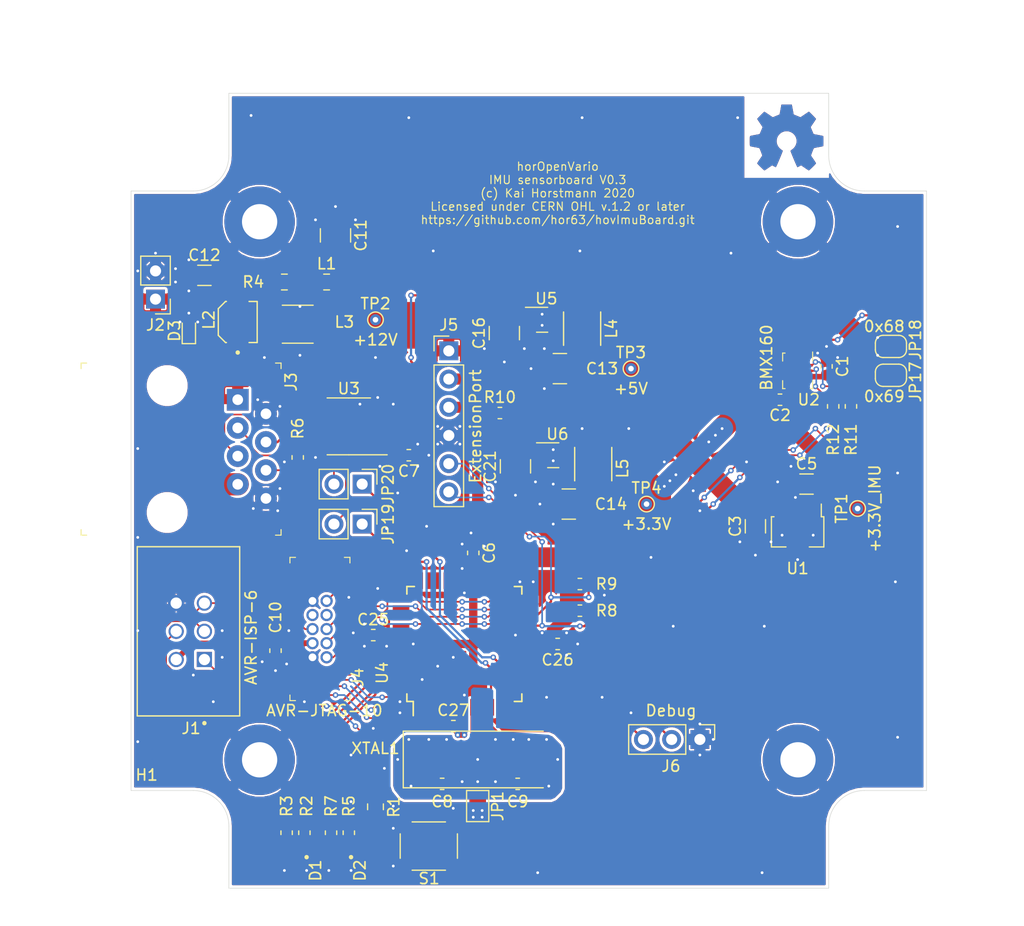
<source format=kicad_pcb>
(kicad_pcb (version 20171130) (host pcbnew "(5.1.6)-1")
  (title_block (title "horOpenVario IMU sensorboard") (date 2019-08-19) (rev 0.1) (company OpenVario.org) (comment 1 "Licensed under CERN OHL v.1.2 or later") (comment 2 "(c) Kai Horstmann 2019") (comment 3 "This is a TCP-I2C bridge with an IMU chip") (comment 4 "Sensor board for OpenVario for the IMU"))
  (layers (0 F.Cu signal) (31 B.Cu signal) (34 B.Paste user) (35 F.Paste user hide) (36 B.SilkS user) (37 F.SilkS user) (38 B.Mask user) (39 F.Mask user hide) (44 Edge.Cuts user))
  (net 0 "")
  (net 1 +3V3)
  (net 2 GND)
  (net 3 /3.3V_IMU)
  (net 4 +5V)
  (net 5 "Net-(C8-Pad2)")
  (net 6 "Net-(C9-Pad2)")
  (net 7 +12V)
  (net 8 "Net-(D1-Pad3)")
  (net 9 "Net-(D1-Pad1)")
  (net 10 "Net-(D2-Pad1)")
  (net 11 "Net-(D2-Pad3)")
  (net 12 +VDC)
  (net 13 /ISP_MISO)
  (net 14 /ISP_MOSI)
  (net 15 /ISP_SCK)
  (net 16 /MCU_RESET)
  (net 17 /RX+)
  (net 18 /TX+)
  (net 19 /TX-)
  (net 20 /RX-)
  (net 21 /JTAG_TCK)
  (net 22 /JTAG_TDO)
  (net 23 /JTAG_TMS)
  (net 24 /JTAG_TDI)
  (net 25 "Net-(JP17-Pad2)")
  (net 26 "Net-(JP19-Pad1)")
  (net 27 /RX)
  (net 28 /TX)
  (net 29 "Net-(JP20-Pad1)")
  (net 30 "Net-(L1-Pad1)")
  (net 31 /SIP_OK)
  (net 32 /SIP_ERR)
  (net 33 /I2C_OK)
  (net 34 /I2C_ERR)
  (net 35 /SCL)
  (net 36 /SDA)
  (net 37 "Net-(C12-Pad2)")
  (net 38 /RX_DBG)
  (net 39 /TX_DBG)
  (net 40 "Net-(L4-Pad1)")
  (net 41 "Net-(L5-Pad1)")
  (net 42 "Net-(R10-Pad1)")
  (net 43 "Net-(R11-Pad2)")
  (net 44 "Net-(R12-Pad2)")
  (net 45 "Net-(C8-Pad1)")
  (module Resistor_SMD:R_0603_1608Metric (layer F.Cu) (at 80.2 88.6 270)
    (fp_text reference R6 (at -2.6125 0 90) (layer F.SilkS))
    (fp_text value 100)
    (pad 2 smd roundrect (at 0.7875 0 270) (size 0.875 0.95) (layers F.Cu F.Paste F.Mask) (net 20 /RX-))
    (pad 1 smd roundrect (at -0.7875 0 270) (size 0.875 0.95) (layers F.Cu F.Paste F.Mask) (net 17 /RX+))
  )
  (module Jumper:SolderJumper-2_P1.3mm_Bridged2Bar_Pad1.0x1.5mm (layer F.Cu) (at 96.4 120 270)
    (fp_text reference JP1 (at 0 -1.8 90) (layer F.SilkS))
    (fp_text value SolderJumper_2_Bridged)
    (fp_poly (pts (xy -0.25 -0.6) (xy 0.25 -0.6) (xy 0.25 -0.2) (xy -0.25 -0.2)) (layer F.Cu) (width 0))
    (fp_poly (pts (xy -0.25 0.2) (xy 0.25 0.2) (xy 0.25 0.6) (xy -0.25 0.6)) (layer F.Cu) (width 0))
    (pad 2 smd rect (at 0.65 0 270) (size 1 1.5) (layers F.Cu F.Mask) (net 2 GND))
    (pad 1 smd rect (at -0.65 0 270) (size 1 1.5) (layers F.Cu F.Mask) (net 45 "Net-(C8-Pad1)"))
  )
  (module hovImuBoard:Box-CU-1935-MB (layer F.Cu) (at 101 91.6)
    (fp_text reference H1 (at -34.4 25.6) (layer F.SilkS))
    (fp_text value Box)
    (pad 4 thru_hole circle (at -24.2316 24.2316) (size 6.35 6.35) (drill 3.175) (layers *.Cu *.Mask) (net 2 GND))
    (pad 3 thru_hole circle (at 24.2316 24.2316) (size 6.35 6.35) (drill 3.175) (layers *.Cu *.Mask) (net 2 GND))
    (pad 2 thru_hole circle (at 24.2316 -24.2316) (size 6.35 6.35) (drill 3.175) (layers *.Cu *.Mask) (net 2 GND))
    (pad 1 thru_hole circle (at -24.2316 -24.2316) (size 6.35 6.35) (drill 3.175) (layers *.Cu *.Mask) (net 2 GND))
  )
  (module Crystal:Crystal_SMD_HC49-SD (layer F.Cu) (at 96.4 115.8)
    (fp_text reference XTAL1 (at -9.2 -1) (layer F.SilkS))
    (fp_text value 9,216MHz)
    (pad 2 smd rect (at 4.25 0) (size 4.5 2) (layers F.Cu F.Paste F.Mask) (net 6 "Net-(C9-Pad2)"))
    (pad 1 smd rect (at -4.25 0) (size 4.5 2) (layers F.Cu F.Paste F.Mask) (net 5 "Net-(C8-Pad2)"))
  )
  (module Package_SON:WSON-8-1EP_2x2mm_P0.5mm_EP0.9x1.6mm_ThermalVias (layer F.Cu) (at 103.2 88.4)
    (fp_text reference U6 (at 0.38 -1.9) (layer F.SilkS))
    (fp_text value TPS62172DSG)
    (pad 9 smd rect (at 0 0) (size 0.9 1.6) (layers B.Cu) (net 2 GND))
    (pad 6 smd rect (at 0.95 0.25) (size 0.5 0.25) (layers F.Cu F.Paste F.Mask) (net 1 +3V3))
    (pad 5 smd rect (at 0.95 0.75) (size 0.5 0.25) (layers F.Cu F.Paste F.Mask) (net 2 GND))
    (pad 4 smd rect (at -0.95 0.75) (size 0.5 0.25) (layers F.Cu F.Paste F.Mask) (net 2 GND))
    (pad 2 smd rect (at -0.95 -0.25) (size 0.5 0.25) (layers F.Cu F.Paste F.Mask) (net 4 +5V))
    (pad 1 smd rect (at -0.95 -0.75) (size 0.5 0.25) (layers F.Cu F.Paste F.Mask) (net 2 GND))
    (pad 9 smd rect (at 0 0) (size 0.9 1.6) (layers F.Cu F.Mask) (net 2 GND))
    (pad 9 thru_hole circle (at 0 0.5) (size 0.6 0.6) (drill 0.25) (layers *.Cu) (net 2 GND))
    (pad 9 thru_hole circle (at 0 -0.5) (size 0.6 0.6) (drill 0.25) (layers *.Cu) (net 2 GND))
    (pad 8 smd rect (at 0.95 -0.75) (size 0.5 0.25) (layers F.Cu F.Paste F.Mask))
    (pad 7 smd rect (at 0.95 -0.25) (size 0.5 0.25) (layers F.Cu F.Paste F.Mask) (net 41 "Net-(L5-Pad1)"))
    (pad 3 smd rect (at -0.95 0.25) (size 0.5 0.25) (layers F.Cu F.Paste F.Mask) (net 42 "Net-(R10-Pad1)"))
  )
  (module Package_SON:WSON-8-1EP_2x2mm_P0.5mm_EP0.9x1.6mm_ThermalVias (layer F.Cu) (at 102.2 76.2)
    (fp_text reference U5 (at 0.38 -1.9) (layer F.SilkS))
    (fp_text value TPS62173DSG)
    (pad 9 smd rect (at 0 0) (size 0.9 1.6) (layers B.Cu) (net 2 GND))
    (pad 6 smd rect (at 0.95 0.25) (size 0.5 0.25) (layers F.Cu F.Paste F.Mask) (net 4 +5V))
    (pad 5 smd rect (at 0.95 0.75) (size 0.5 0.25) (layers F.Cu F.Paste F.Mask) (net 2 GND))
    (pad 4 smd rect (at -0.95 0.75) (size 0.5 0.25) (layers F.Cu F.Paste F.Mask) (net 2 GND))
    (pad 2 smd rect (at -0.95 -0.25) (size 0.5 0.25) (layers F.Cu F.Paste F.Mask) (net 7 +12V))
    (pad 1 smd rect (at -0.95 -0.75) (size 0.5 0.25) (layers F.Cu F.Paste F.Mask) (net 2 GND))
    (pad 9 smd rect (at 0 0) (size 0.9 1.6) (layers F.Cu F.Mask) (net 2 GND))
    (pad 9 thru_hole circle (at 0 0.5) (size 0.6 0.6) (drill 0.25) (layers *.Cu) (net 2 GND))
    (pad 9 thru_hole circle (at 0 -0.5) (size 0.6 0.6) (drill 0.25) (layers *.Cu) (net 2 GND))
    (pad 8 smd rect (at 0.95 -0.75) (size 0.5 0.25) (layers F.Cu F.Paste F.Mask) (net 42 "Net-(R10-Pad1)"))
    (pad 7 smd rect (at 0.95 -0.25) (size 0.5 0.25) (layers F.Cu F.Paste F.Mask) (net 40 "Net-(L4-Pad1)"))
    (pad 3 smd rect (at -0.95 0.25) (size 0.5 0.25) (layers F.Cu F.Paste F.Mask) (net 7 +12V))
  )
  (module Package_QFP:TQFP-44_10x10mm_P0.8mm (layer F.Cu) (at 95.2 105.4 90)
    (fp_text reference U4 (at -2.6 -7.4 90) (layer F.SilkS))
    (fp_text value ATmega1284P-AU)
    (pad 44 smd rect (at -4 -5.7 180) (size 1.5 0.55) (layers F.Cu F.Paste F.Mask))
    (pad 43 smd rect (at -3.2 -5.7 180) (size 1.5 0.55) (layers F.Cu F.Paste F.Mask) (net 34 /I2C_ERR))
    (pad 42 smd rect (at -2.4 -5.7 180) (size 1.5 0.55) (layers F.Cu F.Paste F.Mask) (net 33 /I2C_OK))
    (pad 41 smd rect (at -1.6 -5.7 180) (size 1.5 0.55) (layers F.Cu F.Paste F.Mask) (net 32 /SIP_ERR))
    (pad 40 smd rect (at -0.8 -5.7 180) (size 1.5 0.55) (layers F.Cu F.Paste F.Mask) (net 31 /SIP_OK))
    (pad 39 smd rect (at 0 -5.7 180) (size 1.5 0.55) (layers F.Cu F.Paste F.Mask) (net 2 GND))
    (pad 38 smd rect (at 0.8 -5.7 180) (size 1.5 0.55) (layers F.Cu F.Paste F.Mask) (net 1 +3V3))
    (pad 37 smd rect (at 1.6 -5.7 180) (size 1.5 0.55) (layers F.Cu F.Paste F.Mask))
    (pad 36 smd rect (at 2.4 -5.7 180) (size 1.5 0.55) (layers F.Cu F.Paste F.Mask))
    (pad 35 smd rect (at 3.2 -5.7 180) (size 1.5 0.55) (layers F.Cu F.Paste F.Mask))
    (pad 34 smd rect (at 4 -5.7 180) (size 1.5 0.55) (layers F.Cu F.Paste F.Mask))
    (pad 33 smd rect (at 5.7 -4 90) (size 1.5 0.55) (layers F.Cu F.Paste F.Mask))
    (pad 32 smd rect (at 5.7 -3.2 90) (size 1.5 0.55) (layers F.Cu F.Paste F.Mask))
    (pad 31 smd rect (at 5.7 -2.4 90) (size 1.5 0.55) (layers F.Cu F.Paste F.Mask))
    (pad 30 smd rect (at 5.7 -1.6 90) (size 1.5 0.55) (layers F.Cu F.Paste F.Mask))
    (pad 29 smd rect (at 5.7 -0.8 90) (size 1.5 0.55) (layers F.Cu F.Paste F.Mask))
    (pad 28 smd rect (at 5.7 0 90) (size 1.5 0.55) (layers F.Cu F.Paste F.Mask) (net 2 GND))
    (pad 27 smd rect (at 5.7 0.8 90) (size 1.5 0.55) (layers F.Cu F.Paste F.Mask) (net 1 +3V3))
    (pad 26 smd rect (at 5.7 1.6 90) (size 1.5 0.55) (layers F.Cu F.Paste F.Mask))
    (pad 25 smd rect (at 5.7 2.4 90) (size 1.5 0.55) (layers F.Cu F.Paste F.Mask))
    (pad 24 smd rect (at 5.7 3.2 90) (size 1.5 0.55) (layers F.Cu F.Paste F.Mask) (net 24 /JTAG_TDI))
    (pad 23 smd rect (at 5.7 4 90) (size 1.5 0.55) (layers F.Cu F.Paste F.Mask) (net 22 /JTAG_TDO))
    (pad 22 smd rect (at 4 5.7 180) (size 1.5 0.55) (layers F.Cu F.Paste F.Mask) (net 23 /JTAG_TMS))
    (pad 21 smd rect (at 3.2 5.7 180) (size 1.5 0.55) (layers F.Cu F.Paste F.Mask) (net 21 /JTAG_TCK))
    (pad 20 smd rect (at 2.4 5.7 180) (size 1.5 0.55) (layers F.Cu F.Paste F.Mask) (net 36 /SDA))
    (pad 19 smd rect (at 1.6 5.7 180) (size 1.5 0.55) (layers F.Cu F.Paste F.Mask) (net 35 /SCL))
    (pad 18 smd rect (at 0.8 5.7 180) (size 1.5 0.55) (layers F.Cu F.Paste F.Mask) (net 2 GND))
    (pad 17 smd rect (at 0 5.7 180) (size 1.5 0.55) (layers F.Cu F.Paste F.Mask) (net 1 +3V3))
    (pad 16 smd rect (at -0.8 5.7 180) (size 1.5 0.55) (layers F.Cu F.Paste F.Mask))
    (pad 15 smd rect (at -1.6 5.7 180) (size 1.5 0.55) (layers F.Cu F.Paste F.Mask))
    (pad 14 smd rect (at -2.4 5.7 180) (size 1.5 0.55) (layers F.Cu F.Paste F.Mask))
    (pad 13 smd rect (at -3.2 5.7 180) (size 1.5 0.55) (layers F.Cu F.Paste F.Mask))
    (pad 12 smd rect (at -4 5.7 180) (size 1.5 0.55) (layers F.Cu F.Paste F.Mask) (net 39 /TX_DBG))
    (pad 11 smd rect (at -5.7 4 90) (size 1.5 0.55) (layers F.Cu F.Paste F.Mask) (net 38 /RX_DBG))
    (pad 10 smd rect (at -5.7 3.2 90) (size 1.5 0.55) (layers F.Cu F.Paste F.Mask) (net 29 "Net-(JP20-Pad1)"))
    (pad 9 smd rect (at -5.7 2.4 90) (size 1.5 0.55) (layers F.Cu F.Paste F.Mask) (net 26 "Net-(JP19-Pad1)"))
    (pad 8 smd rect (at -5.7 1.6 90) (size 1.5 0.55) (layers F.Cu F.Paste F.Mask) (net 6 "Net-(C9-Pad2)"))
    (pad 7 smd rect (at -5.7 0.8 90) (size 1.5 0.55) (layers F.Cu F.Paste F.Mask) (net 5 "Net-(C8-Pad2)"))
    (pad 6 smd rect (at -5.7 0 90) (size 1.5 0.55) (layers F.Cu F.Paste F.Mask) (net 2 GND))
    (pad 5 smd rect (at -5.7 -0.8 90) (size 1.5 0.55) (layers F.Cu F.Paste F.Mask) (net 1 +3V3))
    (pad 4 smd rect (at -5.7 -1.6 90) (size 1.5 0.55) (layers F.Cu F.Paste F.Mask) (net 16 /MCU_RESET))
    (pad 3 smd rect (at -5.7 -2.4 90) (size 1.5 0.55) (layers F.Cu F.Paste F.Mask) (net 15 /ISP_SCK))
    (pad 2 smd rect (at -5.7 -3.2 90) (size 1.5 0.55) (layers F.Cu F.Paste F.Mask) (net 13 /ISP_MISO))
    (pad 1 smd rect (at -5.7 -4 90) (size 1.5 0.55) (layers F.Cu F.Paste F.Mask) (net 14 /ISP_MOSI))
  )
  (module Package_SO:SOIC-8_3.9x4.9mm_P1.27mm (layer F.Cu) (at 84.8 85.8 180)
    (fp_text reference U3 (at 0 3.4) (layer F.SilkS))
    (fp_text value SN65LVDS179DR)
    (pad 8 smd roundrect (at 2.475 -1.905 180) (size 1.95 0.6) (layers F.Cu F.Paste F.Mask) (net 17 /RX+))
    (pad 7 smd roundrect (at 2.475 -0.635 180) (size 1.95 0.6) (layers F.Cu F.Paste F.Mask) (net 20 /RX-))
    (pad 6 smd roundrect (at 2.475 0.635 180) (size 1.95 0.6) (layers F.Cu F.Paste F.Mask) (net 19 /TX-))
    (pad 5 smd roundrect (at 2.475 1.905 180) (size 1.95 0.6) (layers F.Cu F.Paste F.Mask) (net 18 /TX+))
    (pad 4 smd roundrect (at -2.475 1.905 180) (size 1.95 0.6) (layers F.Cu F.Paste F.Mask) (net 2 GND))
    (pad 3 smd roundrect (at -2.475 0.635 180) (size 1.95 0.6) (layers F.Cu F.Paste F.Mask) (net 28 /TX))
    (pad 2 smd roundrect (at -2.475 -0.635 180) (size 1.95 0.6) (layers F.Cu F.Paste F.Mask) (net 27 /RX))
    (pad 1 smd roundrect (at -2.475 -1.905 180) (size 1.95 0.6) (layers F.Cu F.Paste F.Mask) (net 1 +3V3))
  )
  (module Package_LGA:Bosch_LGA-14_3x2.5mm_P0.5mm (layer F.Cu) (at 125.2 80.8 270)
    (fp_text reference U2 (at 2.6 -1 180) (layer F.SilkS))
    (fp_text value BMX160 (at -1.2 2.8 270) (layer F.SilkS))
    (pad 11 smd rect (at 1.2625 -0.75 270) (size 0.675 0.25) (layers F.Cu F.Paste F.Mask))
    (pad 10 smd rect (at 1.2625 -0.25 270) (size 0.675 0.25) (layers F.Cu F.Paste F.Mask))
    (pad 9 smd rect (at 1.2625 0.25 270) (size 0.675 0.25) (layers F.Cu F.Paste F.Mask))
    (pad 8 smd rect (at 1.2625 0.75 270) (size 0.675 0.25) (layers F.Cu F.Paste F.Mask) (net 3 /3.3V_IMU))
    (pad 4 smd rect (at -1.2625 0.75 270) (size 0.675 0.25) (layers F.Cu F.Paste F.Mask))
    (pad 3 smd rect (at -1.2625 0.25 270) (size 0.675 0.25) (layers F.Cu F.Paste F.Mask) (net 2 GND))
    (pad 2 smd rect (at -1.2625 -0.25 270) (size 0.675 0.25) (layers F.Cu F.Paste F.Mask) (net 2 GND))
    (pad 1 smd rect (at -1.2625 -0.75 270) (size 0.675 0.25) (layers F.Cu F.Paste F.Mask) (net 25 "Net-(JP17-Pad2)"))
    (pad 7 smd rect (at 0.5 1.0125 270) (size 0.25 0.675) (layers F.Cu F.Paste F.Mask) (net 2 GND))
    (pad 6 smd rect (at 0 1.0125 270) (size 0.25 0.675) (layers F.Cu F.Paste F.Mask) (net 2 GND))
    (pad 5 smd rect (at -0.5 1.0125 270) (size 0.25 0.675) (layers F.Cu F.Paste F.Mask) (net 1 +3V3))
    (pad 12 smd rect (at 0.5 -1.0125 270) (size 0.25 0.675) (layers F.Cu F.Paste F.Mask) (net 1 +3V3))
    (pad 14 smd rect (at -0.5 -1.0125 270) (size 0.25 0.675) (layers F.Cu F.Paste F.Mask) (net 43 "Net-(R11-Pad2)"))
    (pad 13 smd rect (at 0 -1.0125 270) (size 0.25 0.675) (layers F.Cu F.Paste F.Mask) (net 44 "Net-(R12-Pad2)"))
  )
  (module Package_TO_SOT_SMD:SOT-89-3 (layer F.Cu) (at 125.2 95 270)
    (fp_text reference U1 (at 3.6 0 180) (layer F.SilkS))
    (fp_text value LD2981)
    (pad 2 smd custom (at -1.5625 0 270) (size 1.475 0.9) (layers F.Cu F.Paste F.Mask) (net 2 GND) (options (clearance outline) (anchor rect)) (primitives (gr_poly (pts (xy 0.7375 -0.8665) (xy 3.8625 -0.8665) (xy 3.8625 0.8665) (xy 0.7375 0.8665)) (width 0))))
    (pad 3 smd rect (at -1.65 1.5 270) (size 1.3 0.9) (layers F.Cu F.Paste F.Mask) (net 4 +5V))
    (pad 1 smd rect (at -1.65 -1.5 270) (size 1.3 0.9) (layers F.Cu F.Paste F.Mask) (net 3 /3.3V_IMU))
  )
  (module TestPoint:TestPoint_THTPad_D1.0mm_Drill0.5mm (layer F.Cu) (at 111.6 92.8)
    (fp_text reference TP4 (at 0 -1.448) (layer F.SilkS))
    (fp_text value +3.3V (at 0 1.8) (layer F.SilkS))
    (pad 1 thru_hole circle (at 0 0) (size 1 1) (drill 0.5) (layers *.Cu *.Mask) (net 1 +3V3))
  )
  (module TestPoint:TestPoint_THTPad_D1.0mm_Drill0.5mm (layer F.Cu) (at 110.2 80.6)
    (fp_text reference TP3 (at 0 -1.448) (layer F.SilkS))
    (fp_text value +5V (at 0 1.8) (layer F.SilkS))
    (pad 1 thru_hole circle (at 0 0) (size 1 1) (drill 0.5) (layers *.Cu *.Mask) (net 4 +5V))
  )
  (module TestPoint:TestPoint_THTPad_D1.0mm_Drill0.5mm (layer F.Cu) (at 87.2 76.2)
    (fp_text reference TP2 (at 0 -1.448) (layer F.SilkS))
    (fp_text value +12V (at 0 1.8) (layer F.SilkS))
    (pad 1 thru_hole circle (at 0 0) (size 1 1) (drill 0.5) (layers *.Cu *.Mask) (net 7 +12V))
  )
  (module TestPoint:TestPoint_THTPad_D1.0mm_Drill0.5mm (layer F.Cu) (at 130.6 93.2 90)
    (fp_text reference TP1 (at 0 -1.448 90) (layer F.SilkS))
    (fp_text value +3.3V_IMU (at 0 1.55 90) (layer F.SilkS))
    (pad 1 thru_hole circle (at 0 0 90) (size 1 1) (drill 0.5) (layers *.Cu *.Mask) (net 3 /3.3V_IMU))
  )
  (module hovImuBoard:PB_MCSLPT4644B1PHTR (layer F.Cu) (at 92 123.6)
    (fp_text reference S1 (at 0.025 2.925) (layer F.SilkS))
    (fp_text value MCSLPT4644B1PHTR)
    (pad 4 smd rect (at 2.1 1.7) (size 1 1) (layers F.Cu F.Paste F.Mask) (net 16 /MCU_RESET))
    (pad 3 smd rect (at -2.1 1.7) (size 1 1) (layers F.Cu F.Paste F.Mask) (net 2 GND))
    (pad 2 smd rect (at 2.1 -1.7) (size 1 1) (layers F.Cu F.Paste F.Mask) (net 16 /MCU_RESET))
    (pad 1 smd rect (at -2.1 -1.7) (size 1 1) (layers F.Cu F.Paste F.Mask) (net 2 GND))
  )
  (module Resistor_SMD:R_0603_1608Metric (layer F.Cu) (at 128.4 84 90)
    (fp_text reference R12 (at -3 0 90) (layer F.SilkS))
    (fp_text value 47)
    (pad 2 smd roundrect (at 0.7875 0 90) (size 0.875 0.95) (layers F.Cu F.Paste F.Mask) (net 44 "Net-(R12-Pad2)"))
    (pad 1 smd roundrect (at -0.7875 0 90) (size 0.875 0.95) (layers F.Cu F.Paste F.Mask) (net 35 /SCL))
  )
  (module Resistor_SMD:R_0603_1608Metric (layer F.Cu) (at 130 84 90)
    (fp_text reference R11 (at -3 0 90) (layer F.SilkS))
    (fp_text value 47)
    (pad 2 smd roundrect (at 0.7875 0 90) (size 0.875 0.95) (layers F.Cu F.Paste F.Mask) (net 43 "Net-(R11-Pad2)"))
    (pad 1 smd roundrect (at -0.7875 0 90) (size 0.875 0.95) (layers F.Cu F.Paste F.Mask) (net 36 /SDA))
  )
  (module Resistor_SMD:R_0603_1608Metric (layer F.Cu) (at 98.4 84.6)
    (fp_text reference R10 (at 0 -1.43) (layer F.SilkS))
    (fp_text value 100k)
    (pad 2 smd roundrect (at 0.7875 0) (size 0.875 0.95) (layers F.Cu F.Paste F.Mask) (net 4 +5V))
    (pad 1 smd roundrect (at -0.7875 0) (size 0.875 0.95) (layers F.Cu F.Paste F.Mask) (net 42 "Net-(R10-Pad1)"))
  )
  (module Resistor_SMD:R_0603_1608Metric (layer F.Cu) (at 105.6 100)
    (fp_text reference R9 (at 2.4 0) (layer F.SilkS))
    (fp_text value 4.7k)
    (pad 2 smd roundrect (at 0.7875 0) (size 0.875 0.95) (layers F.Cu F.Paste F.Mask) (net 36 /SDA))
    (pad 1 smd roundrect (at -0.7875 0) (size 0.875 0.95) (layers F.Cu F.Paste F.Mask) (net 1 +3V3))
  )
  (module Resistor_SMD:R_0603_1608Metric (layer F.Cu) (at 105.6 102.4)
    (fp_text reference R8 (at 2.4125 0) (layer F.SilkS))
    (fp_text value 4.7k)
    (pad 2 smd roundrect (at 0.7875 0) (size 0.875 0.95) (layers F.Cu F.Paste F.Mask) (net 35 /SCL))
    (pad 1 smd roundrect (at -0.7875 0) (size 0.875 0.95) (layers F.Cu F.Paste F.Mask) (net 1 +3V3))
  )
  (module Resistor_SMD:R_0603_1608Metric (layer F.Cu) (at 83.2 122.4 90)
    (fp_text reference R7 (at 2.4 0 90) (layer F.SilkS))
    (fp_text value 787)
    (pad 2 smd roundrect (at 0.7875 0 90) (size 0.875 0.95) (layers F.Cu F.Paste F.Mask) (net 34 /I2C_ERR))
    (pad 1 smd roundrect (at -0.7875 0 90) (size 0.875 0.95) (layers F.Cu F.Paste F.Mask) (net 11 "Net-(D2-Pad3)"))
  )
  (module Resistor_SMD:R_0603_1608Metric (layer F.Cu) (at 84.8 122.4 90)
    (fp_text reference R5 (at 2.4 0 90) (layer F.SilkS))
    (fp_text value 330)
    (pad 2 smd roundrect (at 0.7875 0 90) (size 0.875 0.95) (layers F.Cu F.Paste F.Mask) (net 33 /I2C_OK))
    (pad 1 smd roundrect (at -0.7875 0 90) (size 0.875 0.95) (layers F.Cu F.Paste F.Mask) (net 10 "Net-(D2-Pad1)"))
  )
  (module Resistor_SMD:R_0805_2012Metric (layer F.Cu) (at 79 72.8)
    (fp_text reference R4 (at -2.8 0) (layer F.SilkS))
    (fp_text value 180m)
    (pad 2 smd roundrect (at 0.9375 0) (size 0.975 1.4) (layers F.Cu F.Paste F.Mask) (net 30 "Net-(L1-Pad1)"))
    (pad 1 smd roundrect (at -0.9375 0) (size 0.975 1.4) (layers F.Cu F.Paste F.Mask) (net 37 "Net-(C12-Pad2)"))
  )
  (module Resistor_SMD:R_0603_1608Metric (layer F.Cu) (at 79.2 122.4 90)
    (fp_text reference R3 (at 2.4 0 90) (layer F.SilkS))
    (fp_text value 787)
    (pad 2 smd roundrect (at 0.7875 0 90) (size 0.875 0.95) (layers F.Cu F.Paste F.Mask) (net 32 /SIP_ERR))
    (pad 1 smd roundrect (at -0.7875 0 90) (size 0.875 0.95) (layers F.Cu F.Paste F.Mask) (net 8 "Net-(D1-Pad3)"))
  )
  (module Resistor_SMD:R_0603_1608Metric (layer F.Cu) (at 80.8 122.4 90)
    (fp_text reference R2 (at 2.4 0.2 90) (layer F.SilkS))
    (fp_text value 330)
    (pad 2 smd roundrect (at 0.7875 0 90) (size 0.875 0.95) (layers F.Cu F.Paste F.Mask) (net 31 /SIP_OK))
    (pad 1 smd roundrect (at -0.7875 0 90) (size 0.875 0.95) (layers F.Cu F.Paste F.Mask) (net 9 "Net-(D1-Pad1)"))
  )
  (module Resistor_SMD:R_0805_2012Metric (layer F.Cu) (at 87.2 120.0625 270)
    (fp_text reference R1 (at 0 -1.65 90) (layer F.SilkS))
    (fp_text value 100k)
    (pad 2 smd roundrect (at 0.9375 0 270) (size 0.975 1.4) (layers F.Cu F.Paste F.Mask) (net 16 /MCU_RESET))
    (pad 1 smd roundrect (at -0.9375 0 270) (size 0.975 1.4) (layers F.Cu F.Paste F.Mask) (net 1 +3V3))
  )
  (module hovImuBoard:IND_LQH3NPN2R2MMEL (layer F.Cu) (at 106.8 89.2 270)
    (fp_text reference L5 (at 0.395 -2.635 90) (layer F.SilkS))
    (fp_text value 2.2uH)
    (pad 1 smd rect (at -1.1 0 270) (size 0.8 2.7) (layers F.Cu F.Paste F.Mask) (net 41 "Net-(L5-Pad1)"))
    (pad 2 smd rect (at 1.1 0 270) (size 0.8 2.7) (layers F.Cu F.Paste F.Mask) (net 1 +3V3))
  )
  (module hovImuBoard:IND_LQH3NPN2R2MMEL (layer F.Cu) (at 105.8 77 270)
    (fp_text reference L4 (at 0 -2.635 90) (layer F.SilkS))
    (fp_text value 2.2uH)
    (pad 1 smd rect (at -1.1 0 270) (size 0.8 2.7) (layers F.Cu F.Paste F.Mask) (net 40 "Net-(L4-Pad1)"))
    (pad 2 smd rect (at 1.1 0 270) (size 0.8 2.7) (layers F.Cu F.Paste F.Mask) (net 4 +5V))
  )
  (module Inductor_SMD:L_1812_4532Metric (layer F.Cu) (at 80.2 76.6)
    (fp_text reference L3 (at 4.2 -0.2) (layer F.SilkS))
    (fp_text value 8.2uH)
    (pad 2 smd roundrect (at 2.1375 0) (size 1.125 3.4) (layers F.Cu F.Paste F.Mask) (roundrect_rratio 0.222222) (net 7 +12V))
    (pad 1 smd roundrect (at -2.1375 0) (size 1.125 3.4) (layers F.Cu F.Paste F.Mask) (roundrect_rratio 0.222222) (net 37 "Net-(C12-Pad2)"))
  )
  (module hovImuBoard:IND_1231AS-H-1R2N=P3 (layer F.Cu) (at 74.8 76.4 90)
    (fp_text reference L2 (at 0.2 -2.6 90) (layer F.SilkS))
    (fp_text value 1.2uH)
    (pad 1 smd rect (at -1.65 0 90) (size 1 1.4) (layers F.Cu F.Paste F.Mask) (net 12 +VDC))
    (pad 2 smd rect (at 1.65 0 90) (size 1 1.4) (layers F.Cu F.Paste F.Mask) (net 37 "Net-(C12-Pad2)"))
  )
  (module Inductor_SMD:L_0805_2012Metric (layer F.Cu) (at 82.8 72.8)
    (fp_text reference L1 (at 0 -1.65) (layer F.SilkS))
    (fp_text value 240nH)
    (pad 2 smd roundrect (at 0.9375 0) (size 0.975 1.4) (layers F.Cu F.Paste F.Mask) (net 7 +12V))
    (pad 1 smd roundrect (at -0.9375 0) (size 0.975 1.4) (layers F.Cu F.Paste F.Mask) (net 30 "Net-(L1-Pad1)"))
  )
  (module Connector_PinHeader_2.54mm:PinHeader_1x02_P2.54mm_Vertical (layer F.Cu) (at 86 91 270)
    (fp_text reference JP20 (at 0 -2.33 90) (layer F.SilkS))
    (fp_text value Jumper_2_Bridged)
    (pad 2 thru_hole oval (at 0 2.54 270) (size 1.7 1.7) (drill 1) (layers *.Cu *.Mask) (net 28 /TX))
    (pad 1 thru_hole rect (at 0 0 270) (size 1.7 1.7) (drill 1) (layers *.Cu *.Mask) (net 29 "Net-(JP20-Pad1)"))
  )
  (module Connector_PinHeader_2.54mm:PinHeader_1x02_P2.54mm_Vertical (layer F.Cu) (at 86 94.6 270)
    (fp_text reference JP19 (at 0 -2.33 90) (layer F.SilkS))
    (fp_text value Jumper_2_Bridged)
    (pad 2 thru_hole oval (at 0 2.54 270) (size 1.7 1.7) (drill 1) (layers *.Cu *.Mask) (net 27 /RX))
    (pad 1 thru_hole rect (at 0 0 270) (size 1.7 1.7) (drill 1) (layers *.Cu *.Mask) (net 26 "Net-(JP19-Pad1)"))
  )
  (module Jumper:SolderJumper-2_P1.3mm_Bridged_RoundedPad1.0x1.5mm (layer F.Cu) (at 133.6 78.6 180)
    (fp_text reference JP18 (at -2.2 0.6 270) (layer F.SilkS))
    (fp_text value 0x68 (at 0.6 1.8) (layer F.SilkS))
    (fp_poly (pts (xy 0.25 -0.3) (xy -0.25 -0.3) (xy -0.25 0.3) (xy 0.25 0.3)) (layer F.Cu) (width 0))
    (pad 1 smd custom (at -0.65 0 180) (size 1 0.5) (layers F.Cu F.Mask) (net 25 "Net-(JP17-Pad2)") (options (clearance outline) (anchor rect)) (primitives (gr_circle (center 0 0.25) (end 0.5 0.25) (width 0)) (gr_circle (center 0 -0.25) (end 0.5 -0.25) (width 0)) (gr_poly (pts (xy 0 -0.75) (xy 0.5 -0.75) (xy 0.5 0.75) (xy 0 0.75)) (width 0))))
    (pad 2 smd custom (at 0.65 0 180) (size 1 0.5) (layers F.Cu F.Mask) (net 2 GND) (options (clearance outline) (anchor rect)) (primitives (gr_circle (center 0 0.25) (end 0.5 0.25) (width 0)) (gr_circle (center 0 -0.25) (end 0.5 -0.25) (width 0)) (gr_poly (pts (xy 0 -0.75) (xy -0.5 -0.75) (xy -0.5 0.75) (xy 0 0.75)) (width 0))))
  )
  (module Jumper:SolderJumper-2_P1.3mm_Open_RoundedPad1.0x1.5mm (layer F.Cu) (at 133.6 81.2)
    (fp_text reference JP17 (at 2.2 0.6 270) (layer F.SilkS))
    (fp_text value 0x69 (at -0.6 1.9) (layer F.SilkS))
    (pad 2 smd custom (at 0.65 0) (size 1 0.5) (layers F.Cu F.Mask) (net 25 "Net-(JP17-Pad2)") (options (clearance outline) (anchor rect)) (primitives (gr_circle (center 0 0.25) (end 0.5 0.25) (width 0)) (gr_circle (center 0 -0.25) (end 0.5 -0.25) (width 0)) (gr_poly (pts (xy 0 -0.75) (xy -0.5 -0.75) (xy -0.5 0.75) (xy 0 0.75)) (width 0))))
    (pad 1 smd custom (at -0.65 0) (size 1 0.5) (layers F.Cu F.Mask) (net 1 +3V3) (options (clearance outline) (anchor rect)) (primitives (gr_circle (center 0 0.25) (end 0.5 0.25) (width 0)) (gr_circle (center 0 -0.25) (end 0.5 -0.25) (width 0)) (gr_poly (pts (xy 0 -0.75) (xy 0.5 -0.75) (xy 0.5 0.75) (xy 0 0.75)) (width 0))))
  )
  (module Connector_PinHeader_2.54mm:PinHeader_1x03_P2.54mm_Vertical (layer F.Cu) (at 116.4 114 270)
    (fp_text reference J6 (at 2.4 2.6 180) (layer F.SilkS))
    (fp_text value Debug (at -2.6 2.6 180) (layer F.SilkS))
    (pad 3 thru_hole oval (at 0 5.08 270) (size 1.7 1.7) (drill 1) (layers *.Cu *.Mask) (net 38 /RX_DBG))
    (pad 2 thru_hole oval (at 0 2.54 270) (size 1.7 1.7) (drill 1) (layers *.Cu *.Mask) (net 39 /TX_DBG))
    (pad 1 thru_hole rect (at 0 0 270) (size 1.7 1.7) (drill 1) (layers *.Cu *.Mask) (net 2 GND))
  )
  (module Connector_PinHeader_2.54mm:PinHeader_1x06_P2.54mm_Vertical (layer F.Cu) (at 93.8 79)
    (fp_text reference J5 (at 0 -2.33) (layer F.SilkS))
    (fp_text value ExtensionPort (at 2.4 6.8 90) (layer F.SilkS))
    (pad 6 thru_hole oval (at 0 12.7) (size 1.7 1.7) (drill 1) (layers *.Cu *.Mask) (net 36 /SDA))
    (pad 5 thru_hole oval (at 0 10.16) (size 1.7 1.7) (drill 1) (layers *.Cu *.Mask) (net 35 /SCL))
    (pad 4 thru_hole oval (at 0 7.62) (size 1.7 1.7) (drill 1) (layers *.Cu *.Mask) (net 2 GND))
    (pad 3 thru_hole oval (at 0 5.08) (size 1.7 1.7) (drill 1) (layers *.Cu *.Mask) (net 1 +3V3))
    (pad 2 thru_hole oval (at 0 2.54) (size 1.7 1.7) (drill 1) (layers *.Cu *.Mask) (net 4 +5V))
    (pad 1 thru_hole rect (at 0 0) (size 1.7 1.7) (drill 1) (layers *.Cu *.Mask) (net 7 +12V))
  )
  (module digikey-footprints:PinHeader_2x5_P1.27mm_Drill.7mm (layer F.Cu) (at 82.8 106.6 90)
    (fp_text reference J4 (at -1.8 2.8 270) (layer F.SilkS))
    (fp_text value AVR-JTAG-10 (at -4.8 -0.2 180) (layer F.SilkS))
    (pad 10 thru_hole circle (at 5.08 -1.27 90) (size 1.1 1.1) (drill 0.7) (layers *.Cu *.Mask) (net 2 GND))
    (pad 9 thru_hole circle (at 5.08 0 90) (size 1.1 1.1) (drill 0.7) (layers *.Cu *.Mask) (net 24 /JTAG_TDI))
    (pad 8 thru_hole circle (at 3.81 -1.27 90) (size 1.1 1.1) (drill 0.7) (layers *.Cu *.Mask))
    (pad 7 thru_hole circle (at 3.81 0 90) (size 1.1 1.1) (drill 0.7) (layers *.Cu *.Mask))
    (pad 6 thru_hole circle (at 2.54 -1.27 90) (size 1.1 1.1) (drill 0.7) (layers *.Cu *.Mask) (net 16 /MCU_RESET))
    (pad 5 thru_hole circle (at 2.54 0 90) (size 1.1 1.1) (drill 0.7) (layers *.Cu *.Mask) (net 23 /JTAG_TMS))
    (pad 4 thru_hole circle (at 1.27 -1.27 90) (size 1.1 1.1) (drill 0.7) (layers *.Cu *.Mask) (net 1 +3V3))
    (pad 3 thru_hole circle (at 1.27 0 90) (size 1.1 1.1) (drill 0.7) (layers *.Cu *.Mask) (net 22 /JTAG_TDO))
    (pad 2 thru_hole circle (at 0 -1.27 90) (size 1.1 1.1) (drill 0.7) (layers *.Cu *.Mask) (net 2 GND))
    (pad 1 thru_hole circle (at 0 0 90) (size 1.1 1.1) (drill 0.7) (layers *.Cu *.Mask) (net 21 /JTAG_TCK))
  )
  (module hovImuBoard:Ethernet_Jack_54602-908LF (layer F.Cu) (at 74.8 83.4 270)
    (fp_text reference J3 (at -1.6 -4.8 90) (layer F.SilkS))
    (fp_text value 54602-908LF)
    (pad "" np_thru_hole circle (at 10.16 6.35 270) (size 3.2 3.2) (drill 3.2) (layers *.Cu *.Mask))
    (pad "" np_thru_hole circle (at -1.27 6.35 270) (size 3.2 3.2) (drill 3.2) (layers *.Cu *.Mask))
    (pad 8 thru_hole circle (at 8.89 -2.54 270) (size 1.96 1.96) (drill 0.96) (layers *.Cu *.Mask) (net 2 GND))
    (pad 7 thru_hole circle (at 7.62 0 270) (size 1.96 1.96) (drill 0.96) (layers *.Cu *.Mask) (net 12 +VDC))
    (pad 6 thru_hole circle (at 6.35 -2.54 270) (size 1.96 1.96) (drill 0.96) (layers *.Cu *.Mask) (net 20 /RX-))
    (pad 5 thru_hole circle (at 5.08 0 270) (size 1.96 1.96) (drill 0.96) (layers *.Cu *.Mask) (net 19 /TX-))
    (pad 4 thru_hole circle (at 3.81 -2.54 270) (size 1.96 1.96) (drill 0.96) (layers *.Cu *.Mask) (net 18 /TX+))
    (pad 3 thru_hole circle (at 2.54 0 270) (size 1.96 1.96) (drill 0.96) (layers *.Cu *.Mask) (net 17 /RX+))
    (pad 2 thru_hole circle (at 1.27 -2.54 270) (size 1.96 1.96) (drill 0.96) (layers *.Cu *.Mask) (net 2 GND))
    (pad 1 thru_hole rect (at 0 0 270) (size 1.96 1.96) (drill 0.96) (layers *.Cu *.Mask) (net 12 +VDC))
  )
  (module Connector_PinHeader_2.54mm:PinHeader_1x02_P2.54mm_Vertical (layer F.Cu) (at 67.4 74.34 180)
    (fp_text reference J2 (at 0 -2.33) (layer F.SilkS))
    (fp_text value "Ext. Power")
    (pad 2 thru_hole oval (at 0 2.54 180) (size 1.7 1.7) (drill 1) (layers *.Cu *.Mask) (net 2 GND))
    (pad 1 thru_hole rect (at 0 0 180) (size 1.7 1.7) (drill 1) (layers *.Cu *.Mask) (net 12 +VDC))
  )
  (module hovImuBoard:TE_1761681-1 (layer F.Cu) (at 71.8 106.8 90)
    (fp_text reference J1 (at -6.2 -1.2) (layer F.SilkS))
    (fp_text value AVR-ISP-6 (at 2 4.2 90) (layer F.SilkS))
    (pad 6 thru_hole circle (at 5.08 -2.54 90) (size 1.37 1.37) (drill 1.02) (layers *.Cu *.Mask) (net 2 GND))
    (pad 5 thru_hole circle (at 5.08 0 90) (size 1.37 1.37) (drill 1.02) (layers *.Cu *.Mask) (net 16 /MCU_RESET))
    (pad 4 thru_hole circle (at 2.54 -2.54 90) (size 1.37 1.37) (drill 1.02) (layers *.Cu *.Mask) (net 14 /ISP_MOSI))
    (pad 3 thru_hole circle (at 2.54 0 90) (size 1.37 1.37) (drill 1.02) (layers *.Cu *.Mask) (net 15 /ISP_SCK))
    (pad 2 thru_hole circle (at 0 -2.54 90) (size 1.37 1.37) (drill 1.02) (layers *.Cu *.Mask) (net 1 +3V3))
    (pad 1 thru_hole rect (at 0 0 90) (size 1.37 1.37) (drill 1.02) (layers *.Cu *.Mask) (net 13 /ISP_MISO))
  )
  (module Diode_SMD:D_SOD-523 (layer F.Cu) (at 70.4 77.2 90)
    (fp_text reference D3 (at 0 -1.3 90) (layer F.SilkS))
    (fp_text value VESD16C1-02V-G3-08)
    (pad 1 smd rect (at -0.7 0 270) (size 0.6 0.7) (layers F.Cu F.Paste F.Mask) (net 12 +VDC))
    (pad 2 smd rect (at 0.7 0 270) (size 0.6 0.7) (layers F.Cu F.Paste F.Mask) (net 2 GND))
  )
  (module hovImuBoard:LED_APHB1608LZGKSURKC (layer F.Cu) (at 84 125.2 270)
    (fp_text reference D2 (at 0.6 -1.8 90) (layer F.SilkS))
    (fp_text value "LED Green/Red")
    (pad 1 smd rect (at -0.6 -0.35 270) (size 0.5 0.4) (layers F.Cu F.Paste F.Mask) (net 10 "Net-(D2-Pad1)"))
    (pad 2 smd rect (at 0.6 -0.35 270) (size 0.5 0.4) (layers F.Cu F.Paste F.Mask) (net 2 GND))
    (pad 3 smd rect (at -0.6 0.35 270) (size 0.5 0.4) (layers F.Cu F.Paste F.Mask) (net 11 "Net-(D2-Pad3)"))
    (pad 4 smd rect (at 0.6 0.35 270) (size 0.5 0.4) (layers F.Cu F.Paste F.Mask) (net 2 GND))
  )
  (module hovImuBoard:LED_APHB1608LZGKSURKC (layer F.Cu) (at 80 125.2 270)
    (fp_text reference D1 (at 0.6 -1.8 90) (layer F.SilkS))
    (fp_text value "LED Green/Red")
    (pad 1 smd rect (at -0.6 -0.35 270) (size 0.5 0.4) (layers F.Cu F.Paste F.Mask) (net 9 "Net-(D1-Pad1)"))
    (pad 2 smd rect (at 0.6 -0.35 270) (size 0.5 0.4) (layers F.Cu F.Paste F.Mask) (net 2 GND))
    (pad 3 smd rect (at -0.6 0.35 270) (size 0.5 0.4) (layers F.Cu F.Paste F.Mask) (net 8 "Net-(D1-Pad3)"))
    (pad 4 smd rect (at 0.6 0.35 270) (size 0.5 0.4) (layers F.Cu F.Paste F.Mask) (net 2 GND))
  )
  (module Capacitor_SMD:C_0603_1608Metric (layer F.Cu) (at 94.2125 112.8)
    (fp_text reference C27 (at 0 -1.43) (layer F.SilkS))
    (fp_text value 100nF)
    (pad 2 smd roundrect (at 0.7875 0) (size 0.875 0.95) (layers F.Cu F.Paste F.Mask) (net 2 GND))
    (pad 1 smd roundrect (at -0.7875 0) (size 0.875 0.95) (layers F.Cu F.Paste F.Mask) (net 1 +3V3))
  )
  (module Capacitor_SMD:C_0603_1608Metric (layer F.Cu) (at 103.6 105.4 180)
    (fp_text reference C26 (at 0 -1.43) (layer F.SilkS))
    (fp_text value 100nF)
    (pad 2 smd roundrect (at 0.7875 0 180) (size 0.875 0.95) (layers F.Cu F.Paste F.Mask) (net 1 +3V3))
    (pad 1 smd roundrect (at -0.7875 0 180) (size 0.875 0.95) (layers F.Cu F.Paste F.Mask) (net 2 GND))
  )
  (module Capacitor_SMD:C_0603_1608Metric (layer F.Cu) (at 87 104.6 180)
    (fp_text reference C25 (at 0 1.4) (layer F.SilkS))
    (fp_text value 100nF)
    (pad 2 smd roundrect (at 0.7875 0 180) (size 0.875 0.95) (layers F.Cu F.Paste F.Mask) (net 2 GND))
    (pad 1 smd roundrect (at -0.7875 0 180) (size 0.875 0.95) (layers F.Cu F.Paste F.Mask) (net 1 +3V3))
  )
  (module Capacitor_SMD:C_1210_3225Metric (layer F.Cu) (at 99.8 89.4 90)
    (fp_text reference C21 (at 0 -2.28 90) (layer F.SilkS))
    (fp_text value 22uF)
    (pad 2 smd roundrect (at 1.4 0 90) (size 1.25 2.65) (layers F.Cu F.Paste F.Mask) (roundrect_rratio 0.2) (net 4 +5V))
    (pad 1 smd roundrect (at -1.4 0 90) (size 1.25 2.65) (layers F.Cu F.Paste F.Mask) (roundrect_rratio 0.2) (net 2 GND))
  )
  (module Capacitor_SMD:C_1210_3225Metric (layer F.Cu) (at 98.8 77.4 90)
    (fp_text reference C16 (at 0 -2.28 90) (layer F.SilkS))
    (fp_text value 22uF)
    (pad 2 smd roundrect (at 1.4 0 90) (size 1.25 2.65) (layers F.Cu F.Paste F.Mask) (roundrect_rratio 0.2) (net 7 +12V))
    (pad 1 smd roundrect (at -1.4 0 90) (size 1.25 2.65) (layers F.Cu F.Paste F.Mask) (roundrect_rratio 0.2) (net 2 GND))
  )
  (module Capacitor_SMD:C_1210_3225Metric (layer F.Cu) (at 104.6 92.8)
    (fp_text reference C14 (at 3.8 0) (layer F.SilkS))
    (fp_text value 22uF)
    (pad 2 smd roundrect (at 1.4 0) (size 1.25 2.65) (layers F.Cu F.Paste F.Mask) (roundrect_rratio 0.2) (net 1 +3V3))
    (pad 1 smd roundrect (at -1.4 0) (size 1.25 2.65) (layers F.Cu F.Paste F.Mask) (roundrect_rratio 0.2) (net 2 GND))
  )
  (module Capacitor_SMD:C_1210_3225Metric (layer F.Cu) (at 103.8 80.6)
    (fp_text reference C13 (at 3.8 0) (layer F.SilkS))
    (fp_text value 22uF)
    (pad 2 smd roundrect (at 1.4 0) (size 1.25 2.65) (layers F.Cu F.Paste F.Mask) (roundrect_rratio 0.2) (net 4 +5V))
    (pad 1 smd roundrect (at -1.4 0) (size 1.25 2.65) (layers F.Cu F.Paste F.Mask) (roundrect_rratio 0.2) (net 2 GND))
  )
  (module Capacitor_SMD:C_1206_3216Metric (layer F.Cu) (at 71.8 72.2)
    (fp_text reference C12 (at 0 -1.82) (layer F.SilkS))
    (fp_text value 4.7uF)
    (pad 2 smd roundrect (at 1.4 0) (size 1.25 1.75) (layers F.Cu F.Paste F.Mask) (roundrect_rratio 0.2) (net 37 "Net-(C12-Pad2)"))
    (pad 1 smd roundrect (at -1.4 0) (size 1.25 1.75) (layers F.Cu F.Paste F.Mask) (roundrect_rratio 0.2) (net 2 GND))
  )
  (module Capacitor_SMD:C_1210_3225Metric (layer F.Cu) (at 83.6 68.6 270)
    (fp_text reference C11 (at 0 -2.28 90) (layer F.SilkS))
    (fp_text value 22uF)
    (pad 2 smd roundrect (at 1.4 0 270) (size 1.25 2.65) (layers F.Cu F.Paste F.Mask) (roundrect_rratio 0.2) (net 7 +12V))
    (pad 1 smd roundrect (at -1.4 0 270) (size 1.25 2.65) (layers F.Cu F.Paste F.Mask) (roundrect_rratio 0.2) (net 2 GND))
  )
  (module Capacitor_SMD:C_0603_1608Metric (layer F.Cu) (at 78.2 106 90)
    (fp_text reference C10 (at 3 0 90) (layer F.SilkS))
    (fp_text value 100nF)
    (pad 2 smd roundrect (at 0.7875 0 90) (size 0.875 0.95) (layers F.Cu F.Paste F.Mask) (net 1 +3V3))
    (pad 1 smd roundrect (at -0.7875 0 90) (size 0.875 0.95) (layers F.Cu F.Paste F.Mask) (net 2 GND))
  )
  (module Capacitor_SMD:C_0603_1608Metric (layer F.Cu) (at 100 118)
    (fp_text reference C9 (at 0 1.6) (layer F.SilkS))
    (fp_text value 20pF)
    (pad 2 smd roundrect (at 0.7875 0) (size 0.875 0.95) (layers F.Cu F.Paste F.Mask) (net 6 "Net-(C9-Pad2)"))
    (pad 1 smd roundrect (at -0.7875 0) (size 0.875 0.95) (layers F.Cu F.Paste F.Mask) (net 45 "Net-(C8-Pad1)"))
  )
  (module Capacitor_SMD:C_0603_1608Metric (layer F.Cu) (at 93.2 118 180)
    (fp_text reference C8 (at 0 -1.6) (layer F.SilkS))
    (fp_text value 20pF)
    (pad 2 smd roundrect (at 0.7875 0 180) (size 0.875 0.95) (layers F.Cu F.Paste F.Mask) (net 5 "Net-(C8-Pad2)"))
    (pad 1 smd roundrect (at -0.7875 0 180) (size 0.875 0.95) (layers F.Cu F.Paste F.Mask) (net 45 "Net-(C8-Pad1)"))
  )
  (module Capacitor_SMD:C_0603_1608Metric (layer F.Cu) (at 90.2 88.4 180)
    (fp_text reference C7 (at 0 -1.43) (layer F.SilkS))
    (fp_text value 100nF)
    (pad 2 smd roundrect (at 0.7875 0 180) (size 0.875 0.95) (layers F.Cu F.Paste F.Mask) (net 1 +3V3))
    (pad 1 smd roundrect (at -0.7875 0 180) (size 0.875 0.95) (layers F.Cu F.Paste F.Mask) (net 2 GND))
  )
  (module Capacitor_SMD:C_0603_1608Metric (layer F.Cu) (at 96 97.2 270)
    (fp_text reference C6 (at 0 -1.43 90) (layer F.SilkS))
    (fp_text value 100nF)
    (pad 2 smd roundrect (at 0.7875 0 270) (size 0.875 0.95) (layers F.Cu F.Paste F.Mask) (net 1 +3V3))
    (pad 1 smd roundrect (at -0.7875 0 270) (size 0.875 0.95) (layers F.Cu F.Paste F.Mask) (net 2 GND))
  )
  (module Capacitor_SMD:C_1206_3216Metric (layer F.Cu) (at 126 91)
    (fp_text reference C5 (at 0 -1.82) (layer F.SilkS))
    (fp_text value 4.7uF)
    (pad 2 smd roundrect (at 1.4 0) (size 1.25 1.75) (layers F.Cu F.Paste F.Mask) (roundrect_rratio 0.2) (net 3 /3.3V_IMU))
    (pad 1 smd roundrect (at -1.4 0) (size 1.25 1.75) (layers F.Cu F.Paste F.Mask) (roundrect_rratio 0.2) (net 2 GND))
  )
  (module Capacitor_SMD:C_1206_3216Metric (layer F.Cu) (at 121.4 94.8 90)
    (fp_text reference C3 (at 0 -1.82 90) (layer F.SilkS))
    (fp_text value 4.7uF)
    (pad 2 smd roundrect (at 1.4 0 90) (size 1.25 1.75) (layers F.Cu F.Paste F.Mask) (roundrect_rratio 0.2) (net 4 +5V))
    (pad 1 smd roundrect (at -1.4 0 90) (size 1.25 1.75) (layers F.Cu F.Paste F.Mask) (roundrect_rratio 0.2) (net 2 GND))
  )
  (module Capacitor_SMD:C_0603_1608Metric (layer F.Cu) (at 123.6125 83.4)
    (fp_text reference C2 (at 0 1.4) (layer F.SilkS))
    (fp_text value 100nF)
    (pad 2 smd roundrect (at 0.7875 0) (size 0.875 0.95) (layers F.Cu F.Paste F.Mask) (net 3 /3.3V_IMU))
    (pad 1 smd roundrect (at -0.7875 0) (size 0.875 0.95) (layers F.Cu F.Paste F.Mask) (net 2 GND))
  )
  (module Capacitor_SMD:C_0603_1608Metric (layer F.Cu) (at 127.8 80.4 270)
    (fp_text reference C1 (at 0 -1.43 90) (layer F.SilkS))
    (fp_text value 100nF)
    (pad 2 smd roundrect (at 0.7875 0 270) (size 0.875 0.95) (layers F.Cu F.Paste F.Mask) (net 1 +3V3))
    (pad 1 smd roundrect (at -0.7875 0 270) (size 0.875 0.95) (layers F.Cu F.Paste F.Mask) (net 2 GND))
  )
  (module Symbol:OSHW-Symbol_6.7x6mm_Copper (layer F.Cu) (at 124.2 59.8)
    (fp_text reference LOGO1 hide)
    (fp_text value Logo_Open_Hardware_Small hide)
    (fp_poly (pts (xy 0.555814 -2.531069) (xy 0.639635 -2.086445) (xy 0.94892 -1.958947) (xy 1.258206 -1.831449) (xy 1.629246 -2.083754) (xy 1.733157 -2.154004) (xy 1.827087 -2.216728) (xy 1.906652 -2.269062) (xy 1.96747 -2.308143) (xy 2.005157 -2.331107) (xy 2.015421 -2.336058) (xy 2.03391 -2.323324) (xy 2.07342 -2.288118) (xy 2.129522 -2.234938) (xy 2.197787 -2.168282) (xy 2.273786 -2.092646) (xy 2.353092 -2.012528) (xy 2.431275 -1.932426) (xy 2.503907 -1.856836) (xy 2.566559 -1.790255) (xy 2.614803 -1.737182) (xy 2.64421 -1.702113) (xy 2.651241 -1.690377) (xy 2.641123 -1.66874) (xy 2.612759 -1.621338) (xy 2.569129 -1.552807) (xy 2.513218 -1.467785) (xy 2.448006 -1.370907) (xy 2.410219 -1.31565) (xy 2.341343 -1.214752) (xy 2.28014 -1.123701) (xy 2.229578 -1.04703) (xy 2.192628 -0.989272) (xy 2.172258 -0.954957) (xy 2.169197 -0.947746) (xy 2.176136 -0.927252) (xy 2.195051 -0.879487) (xy 2.223087 -0.811168) (xy 2.257391 -0.729011) (xy 2.295109 -0.63973) (xy 2.333387 -0.550042) (xy 2.36937 -0.466662) (xy 2.400206 -0.396306) (xy 2.423039 -0.34569) (xy 2.435017 -0.321529) (xy 2.435724 -0.320578) (xy 2.454531 -0.315964) (xy 2.504618 -0.305672) (xy 2.580793 -0.290713) (xy 2.677865 -0.272099) (xy 2.790643 -0.250841) (xy 2.856442 -0.238582) (xy 2.97695 -0.215638) (xy 3.085797 -0.193805) (xy 3.177476 -0.174278) (xy 3.246481 -0.158252) (xy 3.287304 -0.146921) (xy 3.295511 -0.143326) (xy 3.303548 -0.118994) (xy 3.310033 -0.064041) (xy 3.31497 0.015108) (xy 3.318364 0.112026) (xy 3.320218 0.220287) (xy 3.320538 0.333465) (xy 3.319327 0.445135) (xy 3.31659 0.548868) (xy 3.312331 0.638241) (xy 3.306555 0.706826) (xy 3.299267 0.748197) (xy 3.294895 0.75681) (xy 3.268764 0.767133) (xy 3.213393 0.781892) (xy 3.136107 0.799352) (xy 3.04423 0.81778) (xy 3.012158 0.823741) (xy 2.857524 0.852066) (xy 2.735375 0.874876) (xy 2.641673 0.89308) (xy 2.572384 0.907583) (xy 2.523471 0.919292) (xy 2.490897 0.929115) (xy 2.470628 0.937956) (xy 2.458626 0.946724) (xy 2.456947 0.948457) (xy 2.440184 0.976371) (xy 2.414614 1.030695) (xy 2.382788 1.104777) (xy 2.34726 1.191965) (xy 2.310583 1.285608) (xy 2.275311 1.379052) (xy 2.243996 1.465647) (xy 2.219193 1.53874) (xy 2.203454 1.591678) (xy 2.199332 1.617811) (xy 2.199676 1.618726) (xy 2.213641 1.640086) (xy 2.245322 1.687084) (xy 2.291391 1.754827) (xy 2.348518 1.838423) (xy 2.413373 1.932982) (xy 2.431843 1.959854) (xy 2.497699 2.057275) (xy 2.55565 2.146163) (xy 2.602538 2.221412) (xy 2.635207 2.27792) (xy 2.6505 2.310581) (xy 2.651241 2.314593) (xy 2.638392 2.335684) (xy 2.602888 2.377464) (xy 2.549293 2.435445) (xy 2.482171 2.505135) (xy 2.406087 2.582045) (xy 2.325604 2.661683) (xy 2.245287 2.739561) (xy 2.169699 2.811186) (xy 2.103405 2.87207) (xy 2.050969 2.917721) (xy 2.016955 2.94365) (xy 2.007545 2.947883) (xy 1.985643 2.937912) (xy 1.9408 2.91102) (xy 1.880321 2.871736) (xy 1.833789 2.840117) (xy 1.749475 2.782098) (xy 1.649626 2.713784) (xy 1.549473 2.645579) (xy 1.495627 2.609075) (xy 1.313371 2.4858) (xy 1.160381 2.56852) (xy 1.090682 2.604759) (xy 1.031414 2.632926) (xy 0.991311 2.648991) (xy 0.981103 2.651226) (xy 0.968829 2.634722) (xy 0.944613 2.588082) (xy 0.910263 2.515609) (xy 0.867588 2.421606) (xy 0.818394 2.310374) (xy 0.76449 2.186215) (xy 0.707684 2.053432) (xy 0.649782 1.916327) (xy 0.592593 1.779202) (xy 0.537924 1.646358) (xy 0.487584 1.522098) (xy 0.44338 1.410725) (xy 0.407119 1.316539) (xy 0.380609 1.243844) (xy 0.365658 1.196941) (xy 0.363254 1.180833) (xy 0.382311 1.160286) (xy 0.424036 1.126933) (xy 0.479706 1.087702) (xy 0.484378 1.084599) (xy 0.628264 0.969423) (xy 0.744283 0.835053) (xy 0.83143 0.685784) (xy 0.888699 0.525913) (xy 0.915086 0.359737) (xy 0.909585 0.191552) (xy 0.87119 0.025655) (xy 0.798895 -0.133658) (xy 0.777626 -0.168513) (xy 0.666996 -0.309263) (xy 0.536302 -0.422286) (xy 0.390064 -0.506997) (xy 0.232808 -0.562806) (xy 0.069057 -0.589126) (xy -0.096667 -0.58537) (xy -0.259838 -0.55095) (xy -0.415935 -0.485277) (xy -0.560433 -0.387765) (xy -0.605131 -0.348187) (xy -0.718888 -0.224297) (xy -0.801782 -0.093876) (xy -0.858644 0.052315) (xy -0.890313 0.197088) (xy -0.898131 0.35986) (xy -0.872062 0.52344) (xy -0.814755 0.682298) (xy -0.728856 0.830906) (xy -0.617014 0.963735) (xy -0.481877 1.075256) (xy -0.464117 1.087011) (xy -0.40785 1.125508) (xy -0.365077 1.158863) (xy -0.344628 1.18016) (xy -0.344331 1.180833) (xy -0.348721 1.203871) (xy -0.366124 1.256157) (xy -0.394732 1.33339) (xy -0.432735 1.431268) (xy -0.478326 1.545491) (xy -0.529697 1.671758) (xy -0.585038 1.805767) (xy -0.642542 1.943218) (xy -0.700399 2.079808) (xy -0.756802 2.211237) (xy -0.809942 2.333205) (xy -0.85801 2.441409) (xy -0.899199 2.531549) (xy -0.931699 2.599323) (xy -0.953703 2.64043) (xy -0.962564 2.651226) (xy -0.98964 2.642819) (xy -1.040303 2.620272) (xy -1.105817 2.587613) (xy -1.141841 2.56852) (xy -1.294832 2.4858) (xy -1.477088 2.609075) (xy -1.570125 2.672228) (xy -1.671985 2.741727) (xy -1.767438 2.807165) (xy -1.81525 2.840117) (xy -1.882495 2.885273) (xy -1.939436 2.921057) (xy -1.978646 2.942938) (xy -1.991381 2.947563) (xy -2.009917 2.935085) (xy -2.050941 2.900252) (xy -2.110475 2.846678) (xy -2.184542 2.777983) (xy -2.269165 2.697781) (xy -2.322685 2.646286) (xy -2.416319 2.554286) (xy -2.497241 2.471999) (xy -2.562177 2.402945) (xy -2.607858 2.350644) (xy -2.631011 2.318616) (xy -2.633232 2.312116) (xy -2.622924 2.287394) (xy -2.594439 2.237405) (xy -2.550937 2.167212) (xy -2.495577 2.081875) (xy -2.43152 1.986456) (xy -2.413303 1.959854) (xy -2.346927 1.863167) (xy -2.287378 1.776117) (xy -2.237984 1.703595) (xy -2.202075 1.650493) (xy -2.182981 1.621703) (xy -2.181136 1.618726) (xy -2.183895 1.595782) (xy -2.198538 1.545336) (xy -2.222513 1.474041) (xy -2.253266 1.388547) (xy -2.288244 1.295507) (xy -2.324893 1.201574) (xy -2.360661 1.113399) (xy -2.392994 1.037634) (xy -2.419338 0.980931) (xy -2.437142 0.949943) (xy -2.438407 0.948457) (xy -2.449294 0.939601) (xy -2.467682 0.930843) (xy -2.497606 0.921277) (xy -2.543103 0.909996) (xy -2.608209 0.896093) (xy -2.696961 0.878663) (xy -2.813393 0.856798) (xy -2.961542 0.829591) (xy -2.993618 0.823741) (xy -3.088686 0.805374) (xy -3.171565 0.787405) (xy -3.23493 0.771569) (xy -3.271458 0.7596) (xy -3.276356 0.75681) (xy -3.284427 0.732072) (xy -3.290987 0.67679) (xy -3.296033 0.597389) (xy -3.299559 0.500296) (xy -3.301561 0.391938) (xy -3.302036 0.27874) (xy -3.300977 0.167128) (xy -3.298382 0.063529) (xy -3.294246 -0.025632) (xy -3.288563 -0.093928) (xy -3.281331 -0.134934) (xy -3.276971 -0.143326) (xy -3.252698 -0.151792) (xy -3.197426 -0.165565) (xy -3.116662 -0.18345) (xy -3.015912 -0.204252) (xy -2.900683 -0.226777) (xy -2.837902 -0.238582) (xy -2.718787 -0.260849) (xy -2.612565 -0.281021) (xy -2.524427 -0.298085) (xy -2.459566 -0.311031) (xy -2.423174 -0.318845) (xy -2.417184 -0.320578) (xy -2.407061 -0.34011) (xy -2.385662 -0.387157) (xy -2.355839 -0.454997) (xy -2.320445 -0.536909) (xy -2.282332 -0.626172) (xy -2.244353 -0.716065) (xy -2.20936 -0.799865) (xy -2.180206 -0.870853) (xy -2.159743 -0.922306) (xy -2.150823 -0.947503) (xy -2.150657 -0.948604) (xy -2.160769 -0.968481) (xy -2.189117 -1.014223) (xy -2.232723 -1.081283) (xy -2.288606 -1.165116) (xy -2.353787 -1.261174) (xy -2.391679 -1.31635) (xy -2.460725 -1.417519) (xy -2.52205 -1.50937) (xy -2.572663 -1.587256) (xy -2.609571 -1.646531) (xy -2.629782 -1.682549) (xy -2.632701 -1.690623) (xy -2.620153 -1.709416) (xy -2.585463 -1.749543) (xy -2.533063 -1.806507) (xy -2.467384 -1.875815) (xy -2.392856 -1.952969) (xy -2.313913 -2.033475) (xy -2.234983 -2.112837) (xy -2.1605 -2.18656) (xy -2.094894 -2.250148) (xy -2.042596 -2.299106) (xy -2.008039 -2.328939) (xy -1.996478 -2.336058) (xy -1.977654 -2.326047) (xy -1.932631 -2.297922) (xy -1.865787 -2.254546) (xy -1.781499 -2.198782) (xy -1.684144 -2.133494) (xy -1.610707 -2.083754) (xy -1.239667 -1.831449) (xy -0.621095 -2.086445) (xy -0.537275 -2.531069) (xy -0.453454 -2.975693) (xy 0.471994 -2.975693) (xy 0.555814 -2.531069)) (layer B.Cu) (width 0.01))
  )
  (module Symbol:OSHW-Symbol_6.7x6mm_Copper (layer F.Cu) (at 124.2 59.8)
    (fp_text reference LOGO2 hide)
    (fp_text value Logo_Open_Hardware_Small hide)
    (fp_poly (pts (xy 0.555814 -2.531069) (xy 0.639635 -2.086445) (xy 0.94892 -1.958947) (xy 1.258206 -1.831449) (xy 1.629246 -2.083754) (xy 1.733157 -2.154004) (xy 1.827087 -2.216728) (xy 1.906652 -2.269062) (xy 1.96747 -2.308143) (xy 2.005157 -2.331107) (xy 2.015421 -2.336058) (xy 2.03391 -2.323324) (xy 2.07342 -2.288118) (xy 2.129522 -2.234938) (xy 2.197787 -2.168282) (xy 2.273786 -2.092646) (xy 2.353092 -2.012528) (xy 2.431275 -1.932426) (xy 2.503907 -1.856836) (xy 2.566559 -1.790255) (xy 2.614803 -1.737182) (xy 2.64421 -1.702113) (xy 2.651241 -1.690377) (xy 2.641123 -1.66874) (xy 2.612759 -1.621338) (xy 2.569129 -1.552807) (xy 2.513218 -1.467785) (xy 2.448006 -1.370907) (xy 2.410219 -1.31565) (xy 2.341343 -1.214752) (xy 2.28014 -1.123701) (xy 2.229578 -1.04703) (xy 2.192628 -0.989272) (xy 2.172258 -0.954957) (xy 2.169197 -0.947746) (xy 2.176136 -0.927252) (xy 2.195051 -0.879487) (xy 2.223087 -0.811168) (xy 2.257391 -0.729011) (xy 2.295109 -0.63973) (xy 2.333387 -0.550042) (xy 2.36937 -0.466662) (xy 2.400206 -0.396306) (xy 2.423039 -0.34569) (xy 2.435017 -0.321529) (xy 2.435724 -0.320578) (xy 2.454531 -0.315964) (xy 2.504618 -0.305672) (xy 2.580793 -0.290713) (xy 2.677865 -0.272099) (xy 2.790643 -0.250841) (xy 2.856442 -0.238582) (xy 2.97695 -0.215638) (xy 3.085797 -0.193805) (xy 3.177476 -0.174278) (xy 3.246481 -0.158252) (xy 3.287304 -0.146921) (xy 3.295511 -0.143326) (xy 3.303548 -0.118994) (xy 3.310033 -0.064041) (xy 3.31497 0.015108) (xy 3.318364 0.112026) (xy 3.320218 0.220287) (xy 3.320538 0.333465) (xy 3.319327 0.445135) (xy 3.31659 0.548868) (xy 3.312331 0.638241) (xy 3.306555 0.706826) (xy 3.299267 0.748197) (xy 3.294895 0.75681) (xy 3.268764 0.767133) (xy 3.213393 0.781892) (xy 3.136107 0.799352) (xy 3.04423 0.81778) (xy 3.012158 0.823741) (xy 2.857524 0.852066) (xy 2.735375 0.874876) (xy 2.641673 0.89308) (xy 2.572384 0.907583) (xy 2.523471 0.919292) (xy 2.490897 0.929115) (xy 2.470628 0.937956) (xy 2.458626 0.946724) (xy 2.456947 0.948457) (xy 2.440184 0.976371) (xy 2.414614 1.030695) (xy 2.382788 1.104777) (xy 2.34726 1.191965) (xy 2.310583 1.285608) (xy 2.275311 1.379052) (xy 2.243996 1.465647) (xy 2.219193 1.53874) (xy 2.203454 1.591678) (xy 2.199332 1.617811) (xy 2.199676 1.618726) (xy 2.213641 1.640086) (xy 2.245322 1.687084) (xy 2.291391 1.754827) (xy 2.348518 1.838423) (xy 2.413373 1.932982) (xy 2.431843 1.959854) (xy 2.497699 2.057275) (xy 2.55565 2.146163) (xy 2.602538 2.221412) (xy 2.635207 2.27792) (xy 2.6505 2.310581) (xy 2.651241 2.314593) (xy 2.638392 2.335684) (xy 2.602888 2.377464) (xy 2.549293 2.435445) (xy 2.482171 2.505135) (xy 2.406087 2.582045) (xy 2.325604 2.661683) (xy 2.245287 2.739561) (xy 2.169699 2.811186) (xy 2.103405 2.87207) (xy 2.050969 2.917721) (xy 2.016955 2.94365) (xy 2.007545 2.947883) (xy 1.985643 2.937912) (xy 1.9408 2.91102) (xy 1.880321 2.871736) (xy 1.833789 2.840117) (xy 1.749475 2.782098) (xy 1.649626 2.713784) (xy 1.549473 2.645579) (xy 1.495627 2.609075) (xy 1.313371 2.4858) (xy 1.160381 2.56852) (xy 1.090682 2.604759) (xy 1.031414 2.632926) (xy 0.991311 2.648991) (xy 0.981103 2.651226) (xy 0.968829 2.634722) (xy 0.944613 2.588082) (xy 0.910263 2.515609) (xy 0.867588 2.421606) (xy 0.818394 2.310374) (xy 0.76449 2.186215) (xy 0.707684 2.053432) (xy 0.649782 1.916327) (xy 0.592593 1.779202) (xy 0.537924 1.646358) (xy 0.487584 1.522098) (xy 0.44338 1.410725) (xy 0.407119 1.316539) (xy 0.380609 1.243844) (xy 0.365658 1.196941) (xy 0.363254 1.180833) (xy 0.382311 1.160286) (xy 0.424036 1.126933) (xy 0.479706 1.087702) (xy 0.484378 1.084599) (xy 0.628264 0.969423) (xy 0.744283 0.835053) (xy 0.83143 0.685784) (xy 0.888699 0.525913) (xy 0.915086 0.359737) (xy 0.909585 0.191552) (xy 0.87119 0.025655) (xy 0.798895 -0.133658) (xy 0.777626 -0.168513) (xy 0.666996 -0.309263) (xy 0.536302 -0.422286) (xy 0.390064 -0.506997) (xy 0.232808 -0.562806) (xy 0.069057 -0.589126) (xy -0.096667 -0.58537) (xy -0.259838 -0.55095) (xy -0.415935 -0.485277) (xy -0.560433 -0.387765) (xy -0.605131 -0.348187) (xy -0.718888 -0.224297) (xy -0.801782 -0.093876) (xy -0.858644 0.052315) (xy -0.890313 0.197088) (xy -0.898131 0.35986) (xy -0.872062 0.52344) (xy -0.814755 0.682298) (xy -0.728856 0.830906) (xy -0.617014 0.963735) (xy -0.481877 1.075256) (xy -0.464117 1.087011) (xy -0.40785 1.125508) (xy -0.365077 1.158863) (xy -0.344628 1.18016) (xy -0.344331 1.180833) (xy -0.348721 1.203871) (xy -0.366124 1.256157) (xy -0.394732 1.33339) (xy -0.432735 1.431268) (xy -0.478326 1.545491) (xy -0.529697 1.671758) (xy -0.585038 1.805767) (xy -0.642542 1.943218) (xy -0.700399 2.079808) (xy -0.756802 2.211237) (xy -0.809942 2.333205) (xy -0.85801 2.441409) (xy -0.899199 2.531549) (xy -0.931699 2.599323) (xy -0.953703 2.64043) (xy -0.962564 2.651226) (xy -0.98964 2.642819) (xy -1.040303 2.620272) (xy -1.105817 2.587613) (xy -1.141841 2.56852) (xy -1.294832 2.4858) (xy -1.477088 2.609075) (xy -1.570125 2.672228) (xy -1.671985 2.741727) (xy -1.767438 2.807165) (xy -1.81525 2.840117) (xy -1.882495 2.885273) (xy -1.939436 2.921057) (xy -1.978646 2.942938) (xy -1.991381 2.947563) (xy -2.009917 2.935085) (xy -2.050941 2.900252) (xy -2.110475 2.846678) (xy -2.184542 2.777983) (xy -2.269165 2.697781) (xy -2.322685 2.646286) (xy -2.416319 2.554286) (xy -2.497241 2.471999) (xy -2.562177 2.402945) (xy -2.607858 2.350644) (xy -2.631011 2.318616) (xy -2.633232 2.312116) (xy -2.622924 2.287394) (xy -2.594439 2.237405) (xy -2.550937 2.167212) (xy -2.495577 2.081875) (xy -2.43152 1.986456) (xy -2.413303 1.959854) (xy -2.346927 1.863167) (xy -2.287378 1.776117) (xy -2.237984 1.703595) (xy -2.202075 1.650493) (xy -2.182981 1.621703) (xy -2.181136 1.618726) (xy -2.183895 1.595782) (xy -2.198538 1.545336) (xy -2.222513 1.474041) (xy -2.253266 1.388547) (xy -2.288244 1.295507) (xy -2.324893 1.201574) (xy -2.360661 1.113399) (xy -2.392994 1.037634) (xy -2.419338 0.980931) (xy -2.437142 0.949943) (xy -2.438407 0.948457) (xy -2.449294 0.939601) (xy -2.467682 0.930843) (xy -2.497606 0.921277) (xy -2.543103 0.909996) (xy -2.608209 0.896093) (xy -2.696961 0.878663) (xy -2.813393 0.856798) (xy -2.961542 0.829591) (xy -2.993618 0.823741) (xy -3.088686 0.805374) (xy -3.171565 0.787405) (xy -3.23493 0.771569) (xy -3.271458 0.7596) (xy -3.276356 0.75681) (xy -3.284427 0.732072) (xy -3.290987 0.67679) (xy -3.296033 0.597389) (xy -3.299559 0.500296) (xy -3.301561 0.391938) (xy -3.302036 0.27874) (xy -3.300977 0.167128) (xy -3.298382 0.063529) (xy -3.294246 -0.025632) (xy -3.288563 -0.093928) (xy -3.281331 -0.134934) (xy -3.276971 -0.143326) (xy -3.252698 -0.151792) (xy -3.197426 -0.165565) (xy -3.116662 -0.18345) (xy -3.015912 -0.204252) (xy -2.900683 -0.226777) (xy -2.837902 -0.238582) (xy -2.718787 -0.260849) (xy -2.612565 -0.281021) (xy -2.524427 -0.298085) (xy -2.459566 -0.311031) (xy -2.423174 -0.318845) (xy -2.417184 -0.320578) (xy -2.407061 -0.34011) (xy -2.385662 -0.387157) (xy -2.355839 -0.454997) (xy -2.320445 -0.536909) (xy -2.282332 -0.626172) (xy -2.244353 -0.716065) (xy -2.20936 -0.799865) (xy -2.180206 -0.870853) (xy -2.159743 -0.922306) (xy -2.150823 -0.947503) (xy -2.150657 -0.948604) (xy -2.160769 -0.968481) (xy -2.189117 -1.014223) (xy -2.232723 -1.081283) (xy -2.288606 -1.165116) (xy -2.353787 -1.261174) (xy -2.391679 -1.31635) (xy -2.460725 -1.417519) (xy -2.52205 -1.50937) (xy -2.572663 -1.587256) (xy -2.609571 -1.646531) (xy -2.629782 -1.682549) (xy -2.632701 -1.690623) (xy -2.620153 -1.709416) (xy -2.585463 -1.749543) (xy -2.533063 -1.806507) (xy -2.467384 -1.875815) (xy -2.392856 -1.952969) (xy -2.313913 -2.033475) (xy -2.234983 -2.112837) (xy -2.1605 -2.18656) (xy -2.094894 -2.250148) (xy -2.042596 -2.299106) (xy -2.008039 -2.328939) (xy -1.996478 -2.336058) (xy -1.977654 -2.326047) (xy -1.932631 -2.297922) (xy -1.865787 -2.254546) (xy -1.781499 -2.198782) (xy -1.684144 -2.133494) (xy -1.610707 -2.083754) (xy -1.239667 -1.831449) (xy -0.621095 -2.086445) (xy -0.537275 -2.531069) (xy -0.453454 -2.975693) (xy 0.471994 -2.975693) (xy 0.555814 -2.531069)) (layer F.Cu) (width 0.01))
  )
  (gr_line (start 128 61.4) (end 128 55.8) (layer Edge.Cuts) (width 0.05))
  (gr_line (start 131.2 64.6) (end 136.8 64.6) (layer Edge.Cuts) (width 0.05))
  (gr_line (start 131.2 118.6) (end 136.8 118.6) (layer Edge.Cuts) (width 0.05))
  (gr_line (start 128 127.4) (end 128 121.8) (layer Edge.Cuts) (width 0.05))
  (gr_line (start 70.8 118.6) (end 65.2 118.6) (layer Edge.Cuts) (width 0.05))
  (gr_line (start 74 121.8) (end 74 127.4) (layer Edge.Cuts) (width 0.05))
  (gr_arc (start 70.8 121.8) (end 74 121.8) (angle -90) (layer Edge.Cuts) (width 0.05))
  (gr_arc (start 131.2 121.8) (end 131.2 118.6) (angle -90) (layer Edge.Cuts) (width 0.05))
  (gr_arc (start 131.2 61.4) (end 128 61.4) (angle -90) (layer Edge.Cuts) (width 0.05))
  (gr_line (start 70.8 64.6) (end 65.2 64.6) (layer Edge.Cuts) (width 0.05))
  (gr_line (start 74 61.4) (end 74 55.8) (layer Edge.Cuts) (width 0.05))
  (gr_arc (start 70.8 61.4) (end 70.8 64.6) (angle -90) (layer Edge.Cuts) (width 0.05))
  (gr_text "horOpenVario\nIMU sensorboard V0.3\n(c) Kai Horstmann 2020\nLicensed under CERN OHL v.1.2 or later\nhttps://github.com/hor63/hovImuBoard.git" (at 103.6 64.8) (layer F.SilkS) (effects (font (size 0.746 0.746) (thickness 0.0992))))
  (gr_line (start 128 55.8) (end 74 55.8) (layer Edge.Cuts) (width 0.05))
  (gr_line (start 136.8 118.6) (end 136.8 64.6) (layer Edge.Cuts) (width 0.05))
  (gr_line (start 74 127.4) (end 128 127.4) (layer Edge.Cuts) (width 0.05))
  (gr_line (start 65.2 64.6) (end 65.2 118.6) (layer Edge.Cuts) (width 0.05))
  (segment (start 93.645002 112.8) (end 93.425 112.8) (width 0.5) (layer F.Cu) (net 1))
  (segment (start 94.4 112.045002) (end 93.645002 112.8) (width 0.5) (layer F.Cu) (net 1))
  (segment (start 94.4 111.1) (end 94.4 112.045002) (width 0.5) (layer F.Cu) (net 1))
  (segment (start 106.25 90.3) (end 106.8 90.3) (width 0.2) (layer F.Cu) (net 1))
  (segment (start 104.6 88.65) (end 106.25 90.3) (width 0.2) (layer F.Cu) (net 1))
  (segment (start 104.15 88.65) (end 104.6 88.65) (width 0.2) (layer F.Cu) (net 1))
  (segment (start 127.662499 81.325001) (end 126.2125 81.325001) (width 0.5) (layer F.Cu) (net 1))
  (segment (start 127.8 81.1875) (end 127.662499 81.325001) (width 0.5) (layer F.Cu) (net 1))
  (segment (start 96 97.9875) (end 96 99.7) (width 0.75) (layer F.Cu) (net 1))
  (segment (start 94.4 109.652998) (end 94.4 111.1) (width 0.75) (layer F.Cu) (net 1))
  (segment (start 96 108.052998) (end 94.4 109.652998) (width 0.75) (layer F.Cu) (net 1))
  (segment (start 96 99.7) (end 96 108.052998) (width 0.75) (layer F.Cu) (net 1))
  (segment (start 90.947002 104.6) (end 89.5 104.6) (width 0.75) (layer F.Cu) (net 1))
  (segment (start 91.747002 105.4) (end 90.947002 104.6) (width 0.75) (layer F.Cu) (net 1))
  (segment (start 100.9 105.4) (end 91.747002 105.4) (width 0.75) (layer F.Cu) (net 1))
  (segment (start 100.9 105.4) (end 102.8125 105.4) (width 0.75) (layer F.Cu) (net 1))
  (segment (start 89.5 104.6) (end 87.7875 104.6) (width 0.75) (layer F.Cu) (net 1))
  (segment (start 87.2 115.2) (end 87.2 119.125) (width 0.2) (layer F.Cu) (net 1))
  (segment (start 93.425 112.8) (end 89.6 112.8) (width 0.2) (layer F.Cu) (net 1))
  (segment (start 89.6 112.8) (end 87.2 115.2) (width 0.2) (layer F.Cu) (net 1))
  (segment (start 88.7175 87.705) (end 89.4125 88.4) (width 0.75) (layer F.Cu) (net 1))
  (segment (start 87.275 87.705) (end 88.7175 87.705) (width 0.75) (layer F.Cu) (net 1))
  (segment (start 89.4125 89.532502) (end 92 92.120002) (width 1) (layer F.Cu) (net 1))
  (segment (start 89.4125 88.4) (end 89.4125 89.532502) (width 1) (layer F.Cu) (net 1))
  (segment (start 92 92.120002) (end 92 92.8) (width 1) (layer F.Cu) (net 1))
  (segment (start 92 92.8) (end 93.4 94.2) (width 1) (layer F.Cu) (net 1))
  (segment (start 96.825 94.2) (end 100.6125 97.9875) (width 1) (layer F.Cu) (net 1))
  (segment (start 96 97.9875) (end 100.6125 97.9875) (width 0.75) (layer F.Cu) (net 1))
  (segment (start 93.4 94.2) (end 96.825 94.2) (width 1) (layer F.Cu) (net 1))
  (segment (start 100.6125 97.9875) (end 105.3875 97.9875) (width 0.75) (layer F.Cu) (net 1))
  (segment (start 100.6125 97.9875) (end 105.5875 97.9875) (width 1) (layer F.Cu) (net 1))
  (segment (start 95.002081 84.08) (end 96.4 85.477919) (width 1) (layer F.Cu) (net 1))
  (segment (start 93.8 84.08) (end 95.002081 84.08) (width 1) (layer F.Cu) (net 1))
  (segment (start 96.4 85.477919) (end 96.4 92.4) (width 1) (layer F.Cu) (net 1))
  (segment (start 96.4 92.4) (end 96.4 92.6) (width 1) (layer F.Cu) (net 1))
  (segment (start 96.4 92.6) (end 101 97.2) (width 1) (layer F.Cu) (net 1))
  (segment (start 101 97.2) (end 106 97.2) (width 1) (layer F.Cu) (net 1))
  (segment (start 87.7875 104.6) (end 87.7875 104.9145) (width 0.25) (layer F.Cu) (net 1))
  (segment (start 80.752183 105.33) (end 81.53 105.33) (width 0.5) (layer F.Cu) (net 1))
  (segment (start 87.7875 104.6) (end 87.7875 105.075) (width 0.5) (layer F.Cu) (net 1))
  (segment (start 87.7875 105.075) (end 84.8625 108) (width 0.5) (layer F.Cu) (net 1))
  (segment (start 80.579999 105.502184) (end 80.752183 105.33) (width 0.5) (layer F.Cu) (net 1))
  (segment (start 84.8625 108) (end 81.2 108) (width 0.5) (layer F.Cu) (net 1))
  (segment (start 81.2 108) (end 80.579999 107.379999) (width 0.5) (layer F.Cu) (net 1))
  (segment (start 80.579999 107.379999) (end 80.579999 105.502184) (width 0.5) (layer F.Cu) (net 1))
  (segment (start 78.3175 105.33) (end 78.2 105.2125) (width 0.5) (layer F.Cu) (net 1))
  (segment (start 81.53 105.33) (end 78.3175 105.33) (width 0.5) (layer F.Cu) (net 1))
  (segment (start 70.714999 105.345001) (end 69.26 106.8) (width 0.5) (layer F.Cu) (net 1))
  (segment (start 78.067499 105.345001) (end 70.714999 105.345001) (width 0.5) (layer F.Cu) (net 1))
  (segment (start 78.2 105.2125) (end 78.067499 105.345001) (width 0.5) (layer F.Cu) (net 1))
  (segment (start 111.6 92.8) (end 113.2 91.2) (width 2) (layer F.Cu) (net 1))
  (segment (start 114.242214 90.157786) (end 114.242214 90.157786) (width 2) (layer F.Cu) (net 1))
  (via (at 114.242214 90.157786) (size 0.5) (drill 0.25) (layers F.Cu B.Cu) (net 1))
  (segment (start 113.7 90.7) (end 114.242214 90.157786) (width 2) (layer F.Cu) (net 1))
  (via (at 113.7 90.7) (size 0.5) (drill 0.25) (layers F.Cu B.Cu) (net 1))
  (segment (start 113.2 91.2) (end 113.7 90.7) (width 2) (layer F.Cu) (net 1))
  (via (at 113.2 91.2) (size 0.5) (drill 0.25) (layers F.Cu B.Cu) (net 1))
  (via (at 118.4 86) (size 0.5) (drill 0.25) (layers F.Cu B.Cu) (net 1))
  (segment (start 113.2 91.2) (end 117.2 87.2) (width 2) (layer B.Cu) (net 1))
  (segment (start 130.4 77.527998) (end 130.4 78.4) (width 2) (layer F.Cu) (net 1))
  (segment (start 118.4 86) (end 120.6 83.8) (width 2) (layer F.Cu) (net 1))
  (segment (start 120.6 78.2) (end 122.6 76.2) (width 2) (layer F.Cu) (net 1))
  (segment (start 129.072002 76.2) (end 130.4 77.527998) (width 2) (layer F.Cu) (net 1))
  (segment (start 122.6 76.2) (end 129.072002 76.2) (width 2) (layer F.Cu) (net 1))
  (segment (start 130.4 77.527998) (end 130.4 79.8) (width 2) (layer F.Cu) (net 1))
  (segment (start 127.8 81.1875) (end 129.8125 81.1875) (width 1) (layer F.Cu) (net 1))
  (segment (start 129.8125 81.1875) (end 130.4 80.6) (width 1) (layer F.Cu) (net 1))
  (segment (start 131 81.2) (end 130.4 80.6) (width 1) (layer F.Cu) (net 1))
  (segment (start 132.95 81.2) (end 131 81.2) (width 1) (layer F.Cu) (net 1))
  (segment (start 118.4 86) (end 117.8 86.6) (width 2) (layer F.Cu) (net 1))
  (segment (start 130.4 79.8) (end 130.4 80.6) (width 2) (layer F.Cu) (net 1))
  (segment (start 117.8 86.6) (end 117.4 87) (width 2) (layer F.Cu) (net 1))
  (via (at 117.8 86.6) (size 0.5) (drill 0.25) (layers F.Cu B.Cu) (net 1))
  (segment (start 117.2 87.2) (end 118.4 86) (width 2) (layer B.Cu) (net 1))
  (via (at 117.2 87.2) (size 0.5) (drill 0.25) (layers F.Cu B.Cu) (net 1))
  (segment (start 124.1875 80.3) (end 120.7 80.3) (width 0.2) (layer F.Cu) (net 1))
  (segment (start 120.7 80.3) (end 120.6 80.2) (width 0.2) (layer F.Cu) (net 1))
  (segment (start 120.6 83.8) (end 120.6 80.2) (width 2) (layer F.Cu) (net 1))
  (segment (start 120.6 80.2) (end 120.6 78.2) (width 2) (layer F.Cu) (net 1))
  (via (at 101.6 90.8) (size 0.5) (drill 0.25) (layers F.Cu B.Cu) (net 2))
  (via (at 99.8 92) (size 0.5) (drill 0.25) (layers F.Cu B.Cu) (net 2))
  (via (at 67.4 70.2) (size 0.5) (drill 0.25) (layers F.Cu B.Cu) (net 2))
  (via (at 70.4 70.8) (size 0.5) (drill 0.25) (layers F.Cu B.Cu) (net 2))
  (via (at 81.8 67.2) (size 0.5) (drill 0.25) (layers F.Cu B.Cu) (net 2))
  (via (at 83.6 66) (size 0.5) (drill 0.25) (layers F.Cu B.Cu) (net 2))
  (via (at 85.4 67.2) (size 0.5) (drill 0.25) (layers F.Cu B.Cu) (net 2))
  (via (at 69.6 76.4) (size 0.5) (drill 0.25) (layers F.Cu B.Cu) (net 2))
  (via (at 70.4 75.6) (size 0.5) (drill 0.25) (layers F.Cu B.Cu) (net 2))
  (via (at 71.2 76.4) (size 0.5) (drill 0.25) (layers F.Cu B.Cu) (net 2))
  (via (at 97 78.8) (size 0.5) (drill 0.25) (layers F.Cu B.Cu) (net 2))
  (via (at 98.8 80) (size 0.5) (drill 0.25) (layers F.Cu B.Cu) (net 2))
  (via (at 100.6 78.8) (size 0.5) (drill 0.25) (layers F.Cu B.Cu) (net 2))
  (via (at 101.2 80.6) (size 0.5) (drill 0.25) (layers F.Cu B.Cu) (net 2))
  (via (at 102.4 78.8) (size 0.5) (drill 0.25) (layers F.Cu B.Cu) (net 2))
  (via (at 102.4 82.4) (size 0.5) (drill 0.25) (layers F.Cu B.Cu) (net 2))
  (via (at 98 90.8) (size 0.5) (drill 0.25) (layers F.Cu B.Cu) (net 2))
  (via (at 69.2 71.6) (size 0.5) (drill 0.25) (layers F.Cu B.Cu) (net 2))
  (via (at 69.2 72.8) (size 0.5) (drill 0.25) (layers F.Cu B.Cu) (net 2))
  (via (at 70.4 73.6) (size 0.5) (drill 0.25) (layers F.Cu B.Cu) (net 2))
  (via (at 90.6 105.4) (size 0.5) (drill 0.25) (layers F.Cu B.Cu) (net 2))
  (via (at 96.8 121) (size 0.5) (drill 0.25) (layers F.Cu B.Cu) (net 2))
  (via (at 96.8 120.4) (size 0.5) (drill 0.25) (layers F.Cu B.Cu) (net 2))
  (via (at 96 121) (size 0.5) (drill 0.25) (layers F.Cu B.Cu) (net 2))
  (via (at 96 120.4) (size 0.5) (drill 0.25) (layers F.Cu B.Cu) (net 2))
  (via (at 95.2 113.6) (size 0.5) (drill 0.25) (layers F.Cu B.Cu) (net 2))
  (segment (start 92.4125 115.8625) (end 92.35 115.8) (width 0.2) (layer F.Cu) (net 5))
  (segment (start 92.4125 116.0625) (end 92.15 115.8) (width 0.5) (layer F.Cu) (net 5))
  (segment (start 92.4125 118) (end 92.4125 116.0625) (width 0.5) (layer F.Cu) (net 5))
  (segment (start 96 114.7) (end 96 111.1) (width 0.5) (layer F.Cu) (net 5))
  (segment (start 94.9 115.8) (end 96 114.7) (width 0.5) (layer F.Cu) (net 5))
  (segment (start 92.15 115.8) (end 94.9 115.8) (width 0.5) (layer F.Cu) (net 5))
  (segment (start 100.7875 115.8625) (end 100.85 115.8) (width 0.2) (layer F.Cu) (net 6))
  (segment (start 100.7875 115.9375) (end 100.65 115.8) (width 0.5) (layer F.Cu) (net 6))
  (segment (start 100.7875 118) (end 100.7875 115.9375) (width 0.5) (layer F.Cu) (net 6))
  (segment (start 96.8 111.1) (end 96.8 114.6) (width 0.5) (layer F.Cu) (net 6))
  (segment (start 96.8 114.6) (end 98 115.8) (width 0.5) (layer F.Cu) (net 6))
  (segment (start 98 115.8) (end 100.65 115.8) (width 0.5) (layer F.Cu) (net 6))
  (segment (start 74.8 91.02) (end 73.02 91.02) (width 2) (layer F.Cu) (net 12))
  (segment (start 73.02 91.02) (end 72 90) (width 2) (layer F.Cu) (net 12))
  (segment (start 72 90) (end 72 83.4) (width 2) (layer F.Cu) (net 12))
  (via (at 90.2 114) (size 0.5) (drill 0.25) (layers F.Cu B.Cu) (net 45))
  (via (at 92 114) (size 0.5) (drill 0.25) (layers F.Cu B.Cu) (net 45))
  (via (at 93.6 114) (size 0.5) (drill 0.25) (layers F.Cu B.Cu) (net 45))
  (via (at 98 114) (size 0.5) (drill 0.25) (layers F.Cu B.Cu) (net 45))
  (via (at 102.6 114) (size 0.5) (drill 0.25) (layers F.Cu B.Cu) (net 45))
  (via (at 101 114) (size 0.5) (drill 0.25) (layers F.Cu B.Cu) (net 45))
  (via (at 99.6 114) (size 0.5) (drill 0.25) (layers F.Cu B.Cu) (net 45))
  (via (at 89.2 115.8) (size 0.5) (drill 0.25) (layers F.Cu B.Cu) (net 45))
  (via (at 103.6 115.8) (size 0.5) (drill 0.25) (layers F.Cu B.Cu) (net 45))
  (via (at 96.4 115.8) (size 0.5) (drill 0.25) (layers F.Cu B.Cu) (net 45))
  (via (at 96.4 117.8) (size 0.5) (drill 0.25) (layers F.Cu B.Cu) (net 45))
  (via (at 90.4 118.2) (size 0.5) (drill 0.25) (layers F.Cu B.Cu) (net 45))
  (via (at 102.8 118.2) (size 0.5) (drill 0.25) (layers F.Cu B.Cu) (net 45))
  (via (at 98 117.8) (size 0.5) (drill 0.25) (layers F.Cu B.Cu) (net 45))
  (via (at 95 117.8) (size 0.5) (drill 0.25) (layers F.Cu B.Cu) (net 45))
  (via (at 94.6 113.6) (size 0.5) (drill 0.25) (layers F.Cu B.Cu) (net 2))
  (via (at 103.2 91) (size 0.5) (drill 0.25) (layers F.Cu B.Cu) (net 2))
  (via (at 102 92.8) (size 0.5) (drill 0.25) (layers F.Cu B.Cu) (net 2))
  (via (at 103.2 94.6) (size 0.5) (drill 0.25) (layers F.Cu B.Cu) (net 2))
  (via (at 95 96.4) (size 0.5) (drill 0.25) (layers F.Cu B.Cu) (net 2))
  (via (at 95.8 95.4) (size 0.5) (drill 0.25) (layers F.Cu B.Cu) (net 2))
  (via (at 97 96.6) (size 0.5) (drill 0.25) (layers F.Cu B.Cu) (net 2))
  (via (at 104.4 106.4) (size 0.5) (drill 0.25) (layers F.Cu B.Cu) (net 2))
  (via (at 105.4 105.4) (size 0.5) (drill 0.25) (layers F.Cu B.Cu) (net 2))
  (via (at 104.4 104.4) (size 0.5) (drill 0.25) (layers F.Cu B.Cu) (net 2))
  (via (at 86.2 103.6) (size 0.5) (drill 0.25) (layers F.Cu B.Cu) (net 2))
  (via (at 85.2 104.4) (size 0.5) (drill 0.25) (layers F.Cu B.Cu) (net 2))
  (via (at 86.2 105.6) (size 0.5) (drill 0.25) (layers F.Cu B.Cu) (net 2))
  (via (at 88.2 105.6) (size 0.5) (drill 0.25) (layers F.Cu B.Cu) (net 2))
  (via (at 95.2 100.8) (size 0.5) (drill 0.25) (layers F.Cu B.Cu) (net 2))
  (via (at 95 98.6) (size 0.5) (drill 0.25) (layers F.Cu B.Cu) (net 2))
  (via (at 99.8 104.6) (size 0.5) (drill 0.25) (layers F.Cu B.Cu) (net 2))
  (via (at 102.2 104.4) (size 0.5) (drill 0.25) (layers F.Cu B.Cu) (net 2))
  (via (at 95.2 110) (size 0.5) (drill 0.25) (layers F.Cu B.Cu) (net 2))
  (segment (start 95.2 110) (end 94.4 110) (width 0.5) (layer B.Cu) (net 2))
  (via (at 88.8 122) (size 0.5) (drill 0.25) (layers F.Cu B.Cu) (net 2))
  (via (at 88.8 125.4) (size 0.5) (drill 0.25) (layers F.Cu B.Cu) (net 2))
  (via (at 91 89.4) (size 0.5) (drill 0.25) (layers F.Cu B.Cu) (net 2))
  (via (at 92 88.4) (size 0.5) (drill 0.25) (layers F.Cu B.Cu) (net 2))
  (via (at 91 87.4) (size 0.5) (drill 0.25) (layers F.Cu B.Cu) (net 2))
  (via (at 92.8 85.8) (size 0.5) (drill 0.25) (layers F.Cu B.Cu) (net 2))
  (via (at 94.8 85.8) (size 0.5) (drill 0.25) (layers F.Cu B.Cu) (net 2))
  (via (at 94.8 87.4) (size 0.5) (drill 0.25) (layers F.Cu B.Cu) (net 2))
  (via (at 92.8 87.4) (size 0.5) (drill 0.25) (layers F.Cu B.Cu) (net 2))
  (via (at 78.6 84) (size 0.5) (drill 0.25) (layers F.Cu B.Cu) (net 2))
  (via (at 76.6 83.4) (size 0.5) (drill 0.25) (layers F.Cu B.Cu) (net 2))
  (via (at 76.2 93.2) (size 0.5) (drill 0.25) (layers F.Cu B.Cu) (net 2))
  (via (at 78.4 93.4) (size 0.5) (drill 0.25) (layers F.Cu B.Cu) (net 2))
  (via (at 78.6 91.4) (size 0.5) (drill 0.25) (layers F.Cu B.Cu) (net 2))
  (via (at 127.8 78.6) (size 0.5) (drill 0.25) (layers F.Cu B.Cu) (net 2))
  (via (at 128.8 79.6) (size 0.5) (drill 0.25) (layers F.Cu B.Cu) (net 2))
  (via (at 127 79.2) (size 0.5) (drill 0.25) (layers F.Cu B.Cu) (net 2))
  (via (at 120 96.2) (size 0.5) (drill 0.25) (layers F.Cu B.Cu) (net 2))
  (via (at 121.4 97.4) (size 0.5) (drill 0.25) (layers F.Cu B.Cu) (net 2))
  (via (at 122.8 96.2) (size 0.5) (drill 0.25) (layers F.Cu B.Cu) (net 2))
  (via (at 126.6 95.6) (size 0.5) (drill 0.25) (layers F.Cu B.Cu) (net 2))
  (via (at 123.8 95.6) (size 0.5) (drill 0.25) (layers F.Cu B.Cu) (net 2))
  (via (at 125.2 97.8) (size 0.5) (drill 0.25) (layers F.Cu B.Cu) (net 2))
  (via (at 116.4 112.6) (size 0.5) (drill 0.25) (layers F.Cu B.Cu) (net 2))
  (via (at 117.6 114) (size 0.5) (drill 0.25) (layers F.Cu B.Cu) (net 2))
  (via (at 116.4 115.4) (size 0.5) (drill 0.25) (layers F.Cu B.Cu) (net 2))
  (via (at 83 125.8) (size 0.5) (drill 0.25) (layers F.Cu B.Cu) (net 2))
  (via (at 85 125.8) (size 0.5) (drill 0.25) (layers F.Cu B.Cu) (net 2))
  (via (at 79 125.8) (size 0.5) (drill 0.25) (layers F.Cu B.Cu) (net 2))
  (via (at 81 125.8) (size 0.5) (drill 0.25) (layers F.Cu B.Cu) (net 2))
  (segment (start 95.2 113.6) (end 95.2 112) (width 0.5) (layer F.Cu) (net 2))
  (segment (start 95.2 113.6) (end 94.6 113) (width 0.5) (layer F.Cu) (net 2))
  (segment (start 94.6 113.6) (end 94.6 113.4) (width 0.5) (layer F.Cu) (net 2))
  (segment (start 95.2 113.6) (end 95.2 113.2) (width 0.5) (layer B.Cu) (net 2))
  (segment (start 94.6 113.6) (end 94.6 113.2) (width 0.5) (layer B.Cu) (net 2))
  (segment (start 94.6 113.4) (end 94.4 113.2) (width 0.5) (layer F.Cu) (net 2))
  (segment (start 94.6 113.6) (end 95.2 113.6) (width 0.5) (layer F.Cu) (net 2))
  (via (at 65.8 71.8) (size 0.5) (drill 0.25) (layers F.Cu B.Cu) (net 2))
  (via (at 76 57.8) (size 0.5) (drill 0.25) (layers F.Cu B.Cu) (net 2))
  (via (at 90.2 58) (size 0.5) (drill 0.25) (layers F.Cu B.Cu) (net 2))
  (via (at 105.8 58) (size 0.5) (drill 0.25) (layers F.Cu B.Cu) (net 2))
  (via (at 119.8 58) (size 0.5) (drill 0.25) (layers F.Cu B.Cu) (net 2))
  (via (at 134.2 67.8) (size 0.5) (drill 0.25) (layers F.Cu B.Cu) (net 2))
  (via (at 134.2 90) (size 0.5) (drill 0.25) (layers F.Cu B.Cu) (net 2))
  (via (at 134 99.8) (size 0.5) (drill 0.25) (layers F.Cu B.Cu) (net 2))
  (via (at 134.2 113.8) (size 0.5) (drill 0.25) (layers F.Cu B.Cu) (net 2))
  (via (at 122 126) (size 0.5) (drill 0.25) (layers F.Cu B.Cu) (net 2))
  (via (at 101.8 126) (size 0.5) (drill 0.25) (layers F.Cu B.Cu) (net 2))
  (via (at 65.8 114.2) (size 0.5) (drill 0.25) (layers F.Cu B.Cu) (net 2))
  (via (at 65.8 104.2) (size 0.5) (drill 0.25) (layers F.Cu B.Cu) (net 2))
  (via (at 65.8 95.8) (size 0.5) (drill 0.25) (layers F.Cu B.Cu) (net 2))
  (via (at 65.8 87.8) (size 0.5) (drill 0.25) (layers F.Cu B.Cu) (net 2))
  (via (at 122.2 103.8) (size 0.5) (drill 0.25) (layers F.Cu B.Cu) (net 2))
  (via (at 114 103.8) (size 0.5) (drill 0.25) (layers F.Cu B.Cu) (net 2))
  (via (at 92.4 70) (size 0.5) (drill 0.25) (layers F.Cu B.Cu) (net 2))
  (via (at 105.6 70) (size 0.5) (drill 0.25) (layers F.Cu B.Cu) (net 2))
  (via (at 119.2 70.2) (size 0.5) (drill 0.25) (layers F.Cu B.Cu) (net 2))
  (segment (start 102 104.6) (end 102.2 104.4) (width 0.5) (layer F.Cu) (net 2))
  (segment (start 100.9 104.6) (end 102 104.6) (width 0.5) (layer F.Cu) (net 2))
  (via (at 105.8 86) (size 0.5) (drill 0.25) (layers F.Cu B.Cu) (net 2))
  (via (at 110 86) (size 0.5) (drill 0.25) (layers F.Cu B.Cu) (net 2))
  (via (at 113.2 89) (size 0.5) (drill 0.25) (layers F.Cu B.Cu) (net 2))
  (via (at 115.8 91.6) (size 0.5) (drill 0.25) (layers F.Cu B.Cu) (net 2))
  (via (at 94.2 120.2) (size 0.5) (drill 0.25) (layers F.Cu B.Cu) (net 2))
  (via (at 88.8 120) (size 0.5) (drill 0.25) (layers F.Cu B.Cu) (net 2))
  (via (at 88 116.6) (size 0.5) (drill 0.25) (layers F.Cu B.Cu) (net 2))
  (via (at 85 119.6) (size 0.5) (drill 0.25) (layers F.Cu B.Cu) (net 2))
  (via (at 85 115.4) (size 0.5) (drill 0.25) (layers F.Cu B.Cu) (net 2))
  (via (at 92.8 107.4) (size 0.5) (drill 0.25) (layers F.Cu B.Cu) (net 2))
  (segment (start 102.95 87.65) (end 103.2 87.9) (width 0.25) (layer F.Cu) (net 2))
  (segment (start 102.25 87.65) (end 102.95 87.65) (width 0.25) (layer F.Cu) (net 2))
  (via (at 87.4 83.2) (size 0.5) (drill 0.25) (layers F.Cu B.Cu) (net 2))
  (via (at 88.8 83.8) (size 0.5) (drill 0.25) (layers F.Cu B.Cu) (net 2))
  (via (at 85.8 83.8) (size 0.5) (drill 0.25) (layers F.Cu B.Cu) (net 2))
  (via (at 79.2 107.2) (size 0.5) (drill 0.25) (layers F.Cu B.Cu) (net 2))
  (via (at 78.2 107.8) (size 0.5) (drill 0.25) (layers F.Cu B.Cu) (net 2))
  (via (at 77 107) (size 0.5) (drill 0.25) (layers F.Cu B.Cu) (net 2))
  (via (at 124.6 89.4) (size 0.5) (drill 0.25) (layers F.Cu B.Cu) (net 2))
  (via (at 123.4 90.8) (size 0.5) (drill 0.25) (layers F.Cu B.Cu) (net 2))
  (via (at 125 92.2) (size 0.5) (drill 0.25) (layers F.Cu B.Cu) (net 2))
  (via (at 73.4 106.6) (size 0.5) (drill 0.25) (layers F.Cu B.Cu) (net 2))
  (via (at 110.2 111.6) (size 0.5) (drill 0.25) (layers F.Cu B.Cu) (net 2))
  (via (at 107.6 110.2) (size 0.5) (drill 0.25) (layers F.Cu B.Cu) (net 2))
  (via (at 102.6 110.2) (size 0.5) (drill 0.25) (layers F.Cu B.Cu) (net 2))
  (via (at 132.4 77.8) (size 0.5) (drill 0.25) (layers F.Cu B.Cu) (net 2))
  (via (at 132.4 79.4) (size 0.5) (drill 0.25) (layers F.Cu B.Cu) (net 2))
  (via (at 80.2 86.4) (size 0.5) (drill 0.25) (layers F.Cu B.Cu) (net 2))
  (via (at 81.8 88.6) (size 0.5) (drill 0.25) (layers F.Cu B.Cu) (net 2))
  (via (at 79 89) (size 0.5) (drill 0.25) (layers F.Cu B.Cu) (net 2))
  (via (at 84.8 101.2) (size 0.5) (drill 0.25) (layers F.Cu B.Cu) (net 2))
  (via (at 87.4 100.4) (size 0.5) (drill 0.25) (layers F.Cu B.Cu) (net 2))
  (via (at 107.8 101) (size 0.5) (drill 0.25) (layers F.Cu B.Cu) (net 2))
  (via (at 112 97.6) (size 0.5) (drill 0.25) (layers F.Cu B.Cu) (net 2))
  (via (at 116.4 93.4) (size 0.5) (drill 0.25) (layers F.Cu B.Cu) (net 2))
  (via (at 120.6 89) (size 0.5) (drill 0.25) (layers F.Cu B.Cu) (net 2))
  (via (at 90 97) (size 0.5) (drill 0.25) (layers F.Cu B.Cu) (net 2))
  (via (at 88.2 95) (size 0.5) (drill 0.25) (layers F.Cu B.Cu) (net 2))
  (via (at 73.4 104.2) (size 0.5) (drill 0.25) (layers F.Cu B.Cu) (net 2))
  (via (at 76 104.2) (size 0.5) (drill 0.25) (layers F.Cu B.Cu) (net 2))
  (via (at 100.2 99.8) (size 0.5) (drill 0.25) (layers F.Cu B.Cu) (net 2))
  (via (at 101.4 99.8) (size 0.5) (drill 0.25) (layers F.Cu B.Cu) (net 2))
  (via (at 87 113) (size 0.5) (drill 0.25) (layers F.Cu B.Cu) (net 2))
  (via (at 91.4 108.6) (size 0.5) (drill 0.25) (layers F.Cu B.Cu) (net 2))
  (via (at 94.2 106.6) (size 0.5) (drill 0.25) (layers F.Cu B.Cu) (net 2))
  (via (at 89.4 110.6) (size 0.5) (drill 0.25) (layers F.Cu B.Cu) (net 2))
  (via (at 89.4 111.6) (size 0.5) (drill 0.25) (layers F.Cu B.Cu) (net 2))
  (via (at 72.6 110.6) (size 0.5) (drill 0.25) (layers F.Cu B.Cu) (net 2))
  (via (at 80.8 110.6) (size 0.5) (drill 0.25) (layers F.Cu B.Cu) (net 2))
  (via (at 70.8 108.2) (size 0.5) (drill 0.25) (layers F.Cu B.Cu) (net 2))
  (via (at 79.4 104.2) (size 0.5) (drill 0.25) (layers F.Cu B.Cu) (net 2))
  (via (at 87.6 89.4) (size 0.5) (drill 0.25) (layers F.Cu B.Cu) (net 2))
  (via (at 89.2 91.8) (size 0.5) (drill 0.25) (layers F.Cu B.Cu) (net 2))
  (via (at 91.8 94.8) (size 0.5) (drill 0.25) (layers F.Cu B.Cu) (net 2))
  (via (at 80.4 75) (size 0.5) (drill 0.25) (layers F.Cu B.Cu) (net 2))
  (via (at 80.4 79.4) (size 0.5) (drill 0.25) (layers F.Cu B.Cu) (net 2))
  (via (at 87.2 79.6) (size 0.5) (drill 0.25) (layers F.Cu B.Cu) (net 2))
  (via (at 77.2 79.6) (size 0.5) (drill 0.25) (layers F.Cu B.Cu) (net 2))
  (segment (start 124.4 82.1125) (end 124.424999 82.087501) (width 0.5) (layer F.Cu) (net 3))
  (segment (start 124.4 83.4) (end 124.4 82.1125) (width 0.5) (layer F.Cu) (net 3))
  (segment (start 124.4 83.4) (end 124.4 85.6) (width 1.5) (layer F.Cu) (net 3))
  (segment (start 127.4 88.6) (end 127.4 91) (width 1.5) (layer F.Cu) (net 3))
  (segment (start 124.4 85.6) (end 127.4 88.6) (width 1.5) (layer F.Cu) (net 3))
  (segment (start 130.45 93.35) (end 130.6 93.2) (width 1.5) (layer F.Cu) (net 3))
  (segment (start 127.4 92.4) (end 128.35 93.35) (width 1.5) (layer F.Cu) (net 3))
  (segment (start 127.4 91) (end 127.4 92.4) (width 1.5) (layer F.Cu) (net 3))
  (segment (start 126.7 93.35) (end 128.35 93.35) (width 1.5) (layer F.Cu) (net 3))
  (segment (start 128.35 93.35) (end 130.45 93.35) (width 1.5) (layer F.Cu) (net 3))
  (segment (start 104.1 78.1) (end 105.8 78.1) (width 0.2) (layer F.Cu) (net 4))
  (segment (start 103.8 77.8) (end 104.1 78.1) (width 0.2) (layer F.Cu) (net 4))
  (segment (start 103.8 76.65) (end 103.8 77.8) (width 0.2) (layer F.Cu) (net 4))
  (segment (start 103.15 76.45) (end 103.6 76.45) (width 0.2) (layer F.Cu) (net 4))
  (segment (start 103.6 76.45) (end 103.8 76.65) (width 0.2) (layer F.Cu) (net 4))
  (segment (start 121.45 93.35) (end 121.4 93.4) (width 1) (layer F.Cu) (net 4))
  (segment (start 123.7 93.35) (end 121.45 93.35) (width 1) (layer F.Cu) (net 4))
  (segment (start 99.95 88.15) (end 99.8 88) (width 0.25) (layer F.Cu) (net 4))
  (segment (start 102.25 88.15) (end 99.95 88.15) (width 0.25) (layer F.Cu) (net 4))
  (segment (start 97.34 81.54) (end 93.8 81.54) (width 1) (layer F.Cu) (net 4))
  (segment (start 99.1875 84.6) (end 99.1875 83.3875) (width 1) (layer F.Cu) (net 4))
  (segment (start 99.1875 83.3875) (end 97.34 81.54) (width 1) (layer F.Cu) (net 4))
  (segment (start 120.525 93.4) (end 121.4 93.4) (width 2) (layer F.Cu) (net 4))
  (segment (start 110.2 83.075) (end 120.525 93.4) (width 2) (layer F.Cu) (net 4))
  (segment (start 110.2 80.6) (end 110.2 83.075) (width 2) (layer F.Cu) (net 4))
  (segment (start 101.25 75.95) (end 100.45 75.95) (width 0.25) (layer F.Cu) (net 7))
  (segment (start 101.25 76.45) (end 100.45 76.45) (width 0.25) (layer F.Cu) (net 7))
  (segment (start 79.2 124.15) (end 79.65 124.6) (width 0.2) (layer F.Cu) (net 8))
  (segment (start 79.2 123.1875) (end 79.2 124.15) (width 0.2) (layer F.Cu) (net 8))
  (segment (start 80.8 124.15) (end 80.35 124.6) (width 0.2) (layer F.Cu) (net 9))
  (segment (start 80.8 123.1875) (end 80.8 124.15) (width 0.2) (layer F.Cu) (net 9))
  (segment (start 84.8 124.15) (end 84.35 124.6) (width 0.2) (layer F.Cu) (net 10))
  (segment (start 84.8 123.1875) (end 84.8 124.15) (width 0.2) (layer F.Cu) (net 10))
  (segment (start 83.2 124.15) (end 83.65 124.6) (width 0.2) (layer F.Cu) (net 11))
  (segment (start 83.2 123.1875) (end 83.2 124.15) (width 0.2) (layer F.Cu) (net 11))
  (via (at 85.007694 108.633577) (size 0.5) (drill 0.25) (layers F.Cu B.Cu) (net 13))
  (segment (start 73.633577 108.633577) (end 71.8 106.8) (width 0.15) (layer F.Cu) (net 13))
  (segment (start 85.007694 108.633577) (end 73.633577 108.633577) (width 0.15) (layer F.Cu) (net 13))
  (segment (start 92 110.2) (end 92 111.1) (width 0.15) (layer F.Cu) (net 13))
  (segment (start 91.924999 110.124999) (end 92 110.2) (width 0.15) (layer F.Cu) (net 13))
  (segment (start 88.975246 110.124999) (end 91.924999 110.124999) (width 0.15) (layer F.Cu) (net 13))
  (via (at 87.8 110.2) (size 0.5) (drill 0.25) (layers F.Cu B.Cu) (net 13))
  (segment (start 87.8 110.2) (end 88.975246 110.124999) (width 0.15) (layer F.Cu) (net 13))
  (segment (start 86.574117 110.2) (end 85.007694 108.633577) (width 0.15) (layer B.Cu) (net 13))
  (segment (start 87.8 110.2) (end 86.574117 110.2) (width 0.15) (layer B.Cu) (net 13))
  (via (at 84.4 109.2) (size 0.5) (drill 0.25) (layers F.Cu B.Cu) (net 14))
  (segment (start 68.349999 105.170001) (end 69.26 104.26) (width 0.15) (layer F.Cu) (net 14))
  (segment (start 68.349999 107.236801) (end 68.349999 105.170001) (width 0.15) (layer F.Cu) (net 14))
  (segment (start 70.313198 109.2) (end 68.349999 107.236801) (width 0.15) (layer F.Cu) (net 14))
  (segment (start 84.4 109.2) (end 70.313198 109.2) (width 0.15) (layer F.Cu) (net 14))
  (segment (start 87.06046 111.1) (end 86.808173 111.352287) (width 0.15) (layer F.Cu) (net 14))
  (segment (start 84.4 109.2) (end 86.552287 111.352287) (width 0.15) (layer B.Cu) (net 14))
  (segment (start 86.552287 111.352287) (end 86.808173 111.352287) (width 0.15) (layer B.Cu) (net 14))
  (via (at 86.808173 111.352287) (size 0.5) (drill 0.25) (layers F.Cu B.Cu) (net 14))
  (segment (start 91.2 111.1) (end 87.06046 111.1) (width 0.15) (layer F.Cu) (net 14))
  (segment (start 68.823199 103.349999) (end 68.049989 104.123209) (width 0.15) (layer F.Cu) (net 15))
  (segment (start 70.889999 103.349999) (end 68.823199 103.349999) (width 0.15) (layer F.Cu) (net 15))
  (segment (start 68.049989 107.361069) (end 70.68892 110) (width 0.15) (layer F.Cu) (net 15))
  (segment (start 68.049989 104.123209) (end 68.049989 107.361069) (width 0.15) (layer F.Cu) (net 15))
  (segment (start 71.8 104.26) (end 70.889999 103.349999) (width 0.15) (layer F.Cu) (net 15))
  (segment (start 70.68892 110) (end 83.599998 110) (width 0.15) (layer F.Cu) (net 15))
  (via (at 83.599998 110) (size 0.5) (drill 0.25) (layers F.Cu B.Cu) (net 15))
  (segment (start 84.400002 110) (end 86.4 111.999998) (width 0.15) (layer B.Cu) (net 15))
  (segment (start 83.599998 110) (end 84.400002 110) (width 0.15) (layer B.Cu) (net 15))
  (via (at 86.4 112) (size 0.5) (drill 0.25) (layers F.Cu B.Cu) (net 15))
  (segment (start 86.4 111.999998) (end 86.4 112) (width 0.15) (layer B.Cu) (net 15))
  (segment (start 92.8 111.730002) (end 92.8 111.1) (width 0.15) (layer F.Cu) (net 15))
  (segment (start 92.455001 112.075001) (end 92.8 111.730002) (width 0.15) (layer F.Cu) (net 15))
  (segment (start 86.475001 112.075001) (end 92.455001 112.075001) (width 0.15) (layer F.Cu) (net 15))
  (segment (start 86.4 112) (end 86.475001 112.075001) (width 0.15) (layer F.Cu) (net 15))
  (segment (start 76.005001 87.145001) (end 76.005001 87.658403) (width 0.15) (layer F.Cu) (net 17))
  (segment (start 76.005001 87.658403) (end 76.761599 88.415001) (width 0.15) (layer F.Cu) (net 17))
  (segment (start 74.8 85.94) (end 76.005001 87.145001) (width 0.15) (layer F.Cu) (net 17))
  (segment (start 79.597499 88.415001) (end 80.2 87.8125) (width 0.15) (layer F.Cu) (net 17))
  (segment (start 76.761599 88.415001) (end 79.597499 88.415001) (width 0.15) (layer F.Cu) (net 17))
  (segment (start 82.2175 87.8125) (end 82.325 87.705) (width 0.15) (layer F.Cu) (net 17))
  (segment (start 80.2 87.8125) (end 82.2175 87.8125) (width 0.15) (layer F.Cu) (net 17))
  (segment (start 83.52501 84.12001) (end 83.3 83.895) (width 0.15) (layer F.Cu) (net 18))
  (segment (start 83.52501 85.470336) (end 83.52501 84.12001) (width 0.15) (layer F.Cu) (net 18))
  (segment (start 83.305336 85.69001) (end 83.52501 85.470336) (width 0.15) (layer F.Cu) (net 18))
  (segment (start 83.3 83.895) (end 82.325 83.895) (width 0.15) (layer F.Cu) (net 18))
  (segment (start 76.518403 85.875001) (end 78.324999 85.875001) (width 0.15) (layer F.Cu) (net 19))
  (segment (start 74.8 88.48) (end 73.594999 87.274999) (width 0.15) (layer F.Cu) (net 19))
  (segment (start 73.594999 85.361599) (end 74.221599 84.734999) (width 0.15) (layer F.Cu) (net 19))
  (segment (start 73.594999 87.274999) (end 73.594999 85.361599) (width 0.15) (layer F.Cu) (net 19))
  (segment (start 74.221599 84.734999) (end 75.378401 84.734999) (width 0.15) (layer F.Cu) (net 19))
  (segment (start 75.378401 84.734999) (end 76.518403 85.875001) (width 0.15) (layer F.Cu) (net 19))
  (segment (start 79.035 85.165) (end 82.325 85.165) (width 0.15) (layer F.Cu) (net 19))
  (segment (start 78.324999 85.875001) (end 79.035 85.165) (width 0.15) (layer F.Cu) (net 19))
  (segment (start 79.8375 89.75) (end 80.2 89.3875) (width 0.15) (layer F.Cu) (net 20))
  (segment (start 77.34 89.75) (end 79.8375 89.75) (width 0.15) (layer F.Cu) (net 20))
  (segment (start 83.3 86.435) (end 82.325 86.435) (width 0.15) (layer F.Cu) (net 20))
  (segment (start 83.52501 86.66001) (end 83.3 86.435) (width 0.15) (layer F.Cu) (net 20))
  (segment (start 83.52501 88.010336) (end 83.52501 86.66001) (width 0.15) (layer F.Cu) (net 20))
  (segment (start 82.147846 89.3875) (end 83.52501 88.010336) (width 0.15) (layer F.Cu) (net 20))
  (segment (start 80.2 89.3875) (end 82.147846 89.3875) (width 0.15) (layer F.Cu) (net 20))
  (segment (start 100.9 102.2) (end 99 102.2) (width 0.15) (layer F.Cu) (net 21))
  (segment (start 99 102.2) (end 97.6 103.6) (width 0.15) (layer F.Cu) (net 21))
  (segment (start 97.6 103.6) (end 97 103.6) (width 0.15) (layer F.Cu) (net 21))
  (via (at 97 103.6) (size 0.5) (drill 0.25) (layers F.Cu B.Cu) (net 21))
  (segment (start 97 103.6) (end 95 103.6) (width 0.15) (layer B.Cu) (net 21))
  (via (at 95 103.6) (size 0.5) (drill 0.25) (layers F.Cu B.Cu) (net 21))
  (via (at 90.8 103.6) (size 0.5) (drill 0.25) (layers F.Cu B.Cu) (net 21))
  (segment (start 95 103.6) (end 90.8 103.6) (width 0.15) (layer F.Cu) (net 21))
  (segment (start 90.8 103.6) (end 88.2 103.6) (width 0.15) (layer B.Cu) (net 21))
  (segment (start 88.2 103.6) (end 87.8 103.2) (width 0.15) (layer B.Cu) (net 21))
  (via (at 87.8 103.2) (size 0.5) (drill 0.25) (layers F.Cu B.Cu) (net 21))
  (segment (start 83.4 106.6) (end 82.8 106.6) (width 0.15) (layer F.Cu) (net 21))
  (segment (start 87.6 103) (end 85.6 103) (width 0.15) (layer F.Cu) (net 21))
  (segment (start 87.8 103.2) (end 87.6 103) (width 0.15) (layer F.Cu) (net 21))
  (segment (start 85.6 103) (end 83.8 104.8) (width 0.15) (layer F.Cu) (net 21))
  (segment (start 83.8 104.8) (end 83.8 106.2) (width 0.15) (layer F.Cu) (net 21))
  (segment (start 83.8 106.2) (end 83.4 106.6) (width 0.15) (layer F.Cu) (net 21))
  (via (at 97 102.299974) (size 0.5) (drill 0.25) (layers F.Cu B.Cu) (net 22))
  (segment (start 99.2 99.7) (end 99.2 100.6) (width 0.15) (layer F.Cu) (net 22))
  (segment (start 99.2 100.6) (end 97.500026 102.299974) (width 0.15) (layer F.Cu) (net 22))
  (segment (start 97.500026 102.299974) (end 97 102.299974) (width 0.15) (layer F.Cu) (net 22))
  (via (at 95 102.299974) (size 0.5) (drill 0.25) (layers F.Cu B.Cu) (net 22))
  (segment (start 97 102.299974) (end 95 102.299974) (width 0.15) (layer B.Cu) (net 22))
  (segment (start 82.8 105.33) (end 85.430009 102.699991) (width 0.15) (layer F.Cu) (net 22))
  (segment (start 85.430009 102.699991) (end 87.803025 102.699991) (width 0.15) (layer F.Cu) (net 22))
  (segment (start 87.803025 102.699991) (end 88.275015 102.228001) (width 0.15) (layer F.Cu) (net 22))
  (segment (start 90.430001 100.899999) (end 91.829976 102.299974) (width 0.15) (layer F.Cu) (net 22))
  (segment (start 91.829976 102.299974) (end 95 102.299974) (width 0.15) (layer F.Cu) (net 22))
  (segment (start 88.569999 100.899999) (end 90.430001 100.899999) (width 0.15) (layer F.Cu) (net 22))
  (segment (start 88.275015 101.194983) (end 88.569999 100.899999) (width 0.15) (layer F.Cu) (net 22))
  (segment (start 88.275015 102.228001) (end 88.275015 101.194983) (width 0.15) (layer F.Cu) (net 22))
  (via (at 90.8 102) (size 0.5) (drill 0.25) (layers F.Cu B.Cu) (net 23))
  (segment (start 84.86 102) (end 87.799986 102) (width 0.15) (layer F.Cu) (net 23))
  (segment (start 90.8 102) (end 87.799986 102) (width 0.15) (layer B.Cu) (net 23))
  (via (at 87.799986 102) (size 0.5) (drill 0.25) (layers F.Cu B.Cu) (net 23))
  (segment (start 82.8 104.06) (end 84.86 102) (width 0.15) (layer F.Cu) (net 23))
  (segment (start 97.353553 102.949987) (end 97 102.949987) (width 0.15) (layer F.Cu) (net 23))
  (segment (start 98.90354 101.4) (end 97.353553 102.949987) (width 0.15) (layer F.Cu) (net 23))
  (via (at 97 102.949987) (size 0.5) (drill 0.25) (layers F.Cu B.Cu) (net 23))
  (segment (start 100.9 101.4) (end 98.90354 101.4) (width 0.15) (layer F.Cu) (net 23))
  (segment (start 97 102.949987) (end 95 102.949987) (width 0.15) (layer B.Cu) (net 23))
  (segment (start 91.749987 102.949987) (end 95 102.949987) (width 0.15) (layer F.Cu) (net 23))
  (segment (start 90.8 102) (end 91.749987 102.949987) (width 0.15) (layer F.Cu) (net 23))
  (via (at 95 102.949987) (size 0.5) (drill 0.25) (layers F.Cu B.Cu) (net 23))
  (via (at 97 101.6) (size 0.5) (drill 0.25) (layers F.Cu B.Cu) (net 24))
  (segment (start 98.4 99.7) (end 98.4 100.6) (width 0.15) (layer F.Cu) (net 24))
  (segment (start 97.4 101.6) (end 97 101.6) (width 0.15) (layer F.Cu) (net 24))
  (segment (start 98.4 100.6) (end 97.4 101.6) (width 0.15) (layer F.Cu) (net 24))
  (segment (start 97 101.6) (end 95 101.6) (width 0.15) (layer B.Cu) (net 24))
  (via (at 95 101.6) (size 0.5) (drill 0.25) (layers F.Cu B.Cu) (net 24))
  (segment (start 90.554269 100.599988) (end 89.502992 100.599988) (width 0.15) (layer F.Cu) (net 24))
  (segment (start 95 101.6) (end 91.55428 101.6) (width 0.15) (layer F.Cu) (net 24))
  (segment (start 91.55428 101.6) (end 90.554269 100.599988) (width 0.15) (layer F.Cu) (net 24))
  (segment (start 84.995002 99.324998) (end 83.349999 100.970001) (width 0.15) (layer F.Cu) (net 24))
  (segment (start 83.349999 100.970001) (end 82.8 101.52) (width 0.15) (layer F.Cu) (net 24))
  (segment (start 88.228002 99.324998) (end 84.995002 99.324998) (width 0.15) (layer F.Cu) (net 24))
  (segment (start 89.502992 100.599988) (end 88.228002 99.324998) (width 0.15) (layer F.Cu) (net 24))
  (via (at 91.8 98) (size 0.5) (drill 0.25) (layers F.Cu B.Cu) (net 26))
  (segment (start 89.4 98) (end 86 94.6) (width 0.2) (layer F.Cu) (net 26))
  (segment (start 91.8 98) (end 89.4 98) (width 0.2) (layer F.Cu) (net 26))
  (segment (start 91.8 98) (end 91.8 102.152405) (width 0.2) (layer B.Cu) (net 26))
  (segment (start 97.6 111.1) (end 97.6 107.598852) (width 0.2) (layer F.Cu) (net 26))
  (segment (start 91.8 102.152405) (end 96.747605 107.10001) (width 0.2) (layer B.Cu) (net 26))
  (segment (start 97.6 107.598852) (end 97.101158 107.10001) (width 0.2) (layer F.Cu) (net 26))
  (via (at 97.101158 107.10001) (size 0.5) (drill 0.25) (layers F.Cu B.Cu) (net 26))
  (segment (start 96.747605 107.10001) (end 97.101158 107.10001) (width 0.2) (layer B.Cu) (net 26))
  (segment (start 84.535001 93.524999) (end 83.46 94.6) (width 0.15) (layer F.Cu) (net 27))
  (segment (start 84.535001 88.199999) (end 84.535001 93.524999) (width 0.15) (layer F.Cu) (net 27))
  (segment (start 86.3 86.435) (end 84.535001 88.199999) (width 0.15) (layer F.Cu) (net 27))
  (segment (start 87.275 86.435) (end 86.3 86.435) (width 0.15) (layer F.Cu) (net 27))
  (segment (start 83.46 88.744654) (end 83.46 91) (width 0.15) (layer F.Cu) (net 28))
  (segment (start 87.039654 85.165) (end 83.46 88.744654) (width 0.15) (layer F.Cu) (net 28))
  (segment (start 87.275 85.165) (end 87.039654 85.165) (width 0.15) (layer F.Cu) (net 28))
  (segment (start 98.4 111.1) (end 98.4 107.2) (width 0.2) (layer F.Cu) (net 29))
  (via (at 97.8 106.6) (size 0.5) (drill 0.25) (layers F.Cu B.Cu) (net 29))
  (segment (start 98.4 107.2) (end 97.8 106.6) (width 0.2) (layer F.Cu) (net 29))
  (via (at 93 98) (size 0.5) (drill 0.25) (layers F.Cu B.Cu) (net 29))
  (segment (start 86 91) (end 93 98) (width 0.2) (layer F.Cu) (net 29))
  (segment (start 96.8 106.6) (end 97.8 106.6) (width 0.2) (layer B.Cu) (net 29))
  (segment (start 93 98) (end 93 102.8) (width 0.2) (layer B.Cu) (net 29))
  (segment (start 93 102.8) (end 96.8 106.6) (width 0.2) (layer B.Cu) (net 29))
  (via (at 105.6 103.8) (size 0.5) (drill 0.25) (layers F.Cu B.Cu) (net 35))
  (via (at 102.2 103.749997) (size 0.5) (drill 0.25) (layers F.Cu B.Cu) (net 35))
  (segment (start 105.6 103.8) (end 102.250003 103.8) (width 0.2) (layer B.Cu) (net 35))
  (segment (start 102.250003 103.8) (end 102.2 103.749997) (width 0.2) (layer B.Cu) (net 35))
  (segment (start 100.950003 103.749997) (end 100.9 103.8) (width 0.2) (layer F.Cu) (net 35))
  (segment (start 102.2 103.749997) (end 100.950003 103.749997) (width 0.2) (layer F.Cu) (net 35))
  (segment (start 105.6 103.8) (end 106 103.8) (width 0.2) (layer F.Cu) (net 35))
  (segment (start 106.3875 103.4125) (end 106.3875 102.4) (width 0.2) (layer F.Cu) (net 35))
  (segment (start 106 103.8) (end 106.3875 103.4125) (width 0.2) (layer F.Cu) (net 35))
  (via (at 106.4 101.2) (size 0.5) (drill 0.25) (layers F.Cu B.Cu) (net 36))
  (segment (start 106.3875 100) (end 106.3875 101.1875) (width 0.2) (layer F.Cu) (net 36))
  (segment (start 106.3875 101.1875) (end 106.4 101.2) (width 0.2) (layer F.Cu) (net 36))
  (via (at 103 101.2) (size 0.5) (drill 0.25) (layers F.Cu B.Cu) (net 36))
  (segment (start 106.4 101.2) (end 103 101.2) (width 0.2) (layer B.Cu) (net 36))
  (segment (start 101.575002 103) (end 100.9 103) (width 0.2) (layer F.Cu) (net 36))
  (segment (start 103 101.575002) (end 101.575002 103) (width 0.2) (layer F.Cu) (net 36))
  (segment (start 103 101.2) (end 103 101.575002) (width 0.2) (layer F.Cu) (net 36))
  (via (at 119.194452 89.783354) (size 0.5) (drill 0.25) (layers F.Cu B.Cu) (net 36))
  (segment (start 108.42 111.1) (end 111.32 114) (width 0.2) (layer F.Cu) (net 38))
  (segment (start 99.2 111.1) (end 108.42 111.1) (width 0.2) (layer F.Cu) (net 38))
  (segment (start 109.26 109.4) (end 113.86 114) (width 0.2) (layer F.Cu) (net 39))
  (segment (start 100.9 109.4) (end 109.26 109.4) (width 0.2) (layer F.Cu) (net 39))
  (segment (start 103.15 75.95) (end 103.75 75.95) (width 0.25) (layer F.Cu) (net 40))
  (segment (start 106.75 88.15) (end 106.8 88.1) (width 0.25) (layer F.Cu) (net 41))
  (segment (start 104.15 88.15) (end 106.75 88.15) (width 0.25) (layer F.Cu) (net 41))
  (segment (start 94.1 125.3) (end 94.1 121.9) (width 0.2) (layer F.Cu) (net 16))
  (segment (start 94.1 121.9) (end 93.7625 121.9) (width 0.2) (layer F.Cu) (net 16))
  (segment (start 93.2 121) (end 87.2 121) (width 0.2) (layer F.Cu) (net 16))
  (segment (start 94.1 121.9) (end 93.2 121) (width 0.2) (layer F.Cu) (net 16))
  (segment (start 86.27499 120.07499) (end 87.2 121) (width 0.15) (layer F.Cu) (net 16))
  (segment (start 86.27499 114.92501) (end 86.27499 120.07499) (width 0.15) (layer F.Cu) (net 16))
  (segment (start 88.8 112.4) (end 86.27499 114.92501) (width 0.15) (layer F.Cu) (net 16))
  (segment (start 93.6 111.1) (end 93.6 112) (width 0.15) (layer F.Cu) (net 16))
  (segment (start 93.6 112) (end 93.524999 112.075001) (width 0.15) (layer F.Cu) (net 16))
  (segment (start 93.524999 112.075001) (end 92.87928 112.075001) (width 0.15) (layer F.Cu) (net 16))
  (segment (start 92.87928 112.075001) (end 92.554281 112.4) (width 0.15) (layer F.Cu) (net 16))
  (segment (start 92.554281 112.4) (end 88.8 112.4) (width 0.15) (layer F.Cu) (net 16))
  (via (at 85.4 112.8) (size 0.5) (drill 0.25) (layers F.Cu B.Cu) (net 16))
  (segment (start 86.27499 114.92501) (end 86.27499 113.67499) (width 0.15) (layer F.Cu) (net 16))
  (segment (start 86.27499 113.67499) (end 85.4 112.8) (width 0.15) (layer F.Cu) (net 16))
  (via (at 82.8 111) (size 0.5) (drill 0.25) (layers F.Cu B.Cu) (net 16))
  (segment (start 85.4 112.8) (end 83.6 111) (width 0.15) (layer B.Cu) (net 16))
  (segment (start 83.6 111) (end 82.8 111) (width 0.15) (layer B.Cu) (net 16))
  (segment (start 70.52 103) (end 71.8 101.72) (width 0.15) (layer F.Cu) (net 16))
  (segment (start 71 111) (end 67.6 107.6) (width 0.15) (layer F.Cu) (net 16))
  (segment (start 67.6 107.6) (end 67.6 103.6) (width 0.15) (layer F.Cu) (net 16))
  (segment (start 67.6 103.6) (end 68.2 103) (width 0.15) (layer F.Cu) (net 16))
  (segment (start 82.8 111) (end 71 111) (width 0.15) (layer F.Cu) (net 16))
  (segment (start 68.2 103) (end 70.52 103) (width 0.15) (layer F.Cu) (net 16))
  (segment (start 71.8 101.72) (end 73.32 101.72) (width 0.15) (layer F.Cu) (net 16))
  (segment (start 73.32 101.72) (end 74.8 103.2) (width 0.15) (layer F.Cu) (net 16))
  (segment (start 74.8 103.2) (end 80 103.2) (width 0.15) (layer F.Cu) (net 16))
  (segment (start 80.86 104.06) (end 81.53 104.06) (width 0.15) (layer F.Cu) (net 16))
  (segment (start 80 103.2) (end 80.86 104.06) (width 0.15) (layer F.Cu) (net 16))
  (segment (start 83.280336 85.71501) (end 83.305336 85.69001) (width 0.2) (layer F.Cu) (net 18))
  (segment (start 77.34 87.21) (end 78.39 87.21) (width 0.2) (layer F.Cu) (net 18))
  (segment (start 78.39 87.21) (end 79.8 85.8) (width 0.2) (layer F.Cu) (net 18))
  (segment (start 83.195346 85.8) (end 83.280336 85.71501) (width 0.2) (layer F.Cu) (net 18))
  (segment (start 79.8 85.8) (end 83.195346 85.8) (width 0.2) (layer F.Cu) (net 18))
  (segment (start 125.95 79.5375) (end 125.95 78.85) (width 0.2) (layer F.Cu) (net 25))
  (segment (start 125.95 78.85) (end 125.95 78.45) (width 0.2) (layer F.Cu) (net 25))
  (segment (start 125.95 78.45) (end 126.4 78) (width 0.2) (layer F.Cu) (net 25))
  (via (at 128.8 78) (size 0.5) (drill 0.25) (layers F.Cu B.Cu) (net 25))
  (segment (start 126.4 78) (end 128.8 78) (width 0.2) (layer F.Cu) (net 25))
  (segment (start 134.25 81.2) (end 134.25 78.6) (width 0.2) (layer F.Cu) (net 25))
  (via (at 131 75.799994) (size 0.5) (drill 0.25) (layers F.Cu B.Cu) (net 25))
  (segment (start 134.05 77.896447) (end 131.953547 75.799994) (width 0.2) (layer F.Cu) (net 25))
  (segment (start 131.953547 75.799994) (end 131 75.799994) (width 0.2) (layer F.Cu) (net 25))
  (segment (start 134.05 78.2) (end 134.05 77.896447) (width 0.2) (layer F.Cu) (net 25))
  (segment (start 131 75.8) (end 131 75.799994) (width 0.2) (layer B.Cu) (net 25))
  (segment (start 128.8 78) (end 131 75.8) (width 0.2) (layer B.Cu) (net 25))
  (segment (start 88.55 106.2) (end 89.5 106.2) (width 0.2) (layer F.Cu) (net 31))
  (segment (start 84.240001 110.509999) (end 88.55 106.2) (width 0.2) (layer F.Cu) (net 31))
  (segment (start 84.240001 110.700001) (end 84.240001 110.509999) (width 0.2) (layer F.Cu) (net 31))
  (segment (start 80.8 121.6125) (end 80.8 114.140002) (width 0.2) (layer F.Cu) (net 31))
  (segment (start 80.8 114.140002) (end 84.240001 110.700001) (width 0.2) (layer F.Cu) (net 31))
  (segment (start 79.88751 122.30001) (end 79.2 121.6125) (width 0.2) (layer F.Cu) (net 32))
  (segment (start 88.55 107) (end 81.4 114.15) (width 0.2) (layer F.Cu) (net 32))
  (segment (start 81.52501 122.025418) (end 81.250418 122.30001) (width 0.2) (layer F.Cu) (net 32))
  (segment (start 89.5 107) (end 88.55 107) (width 0.2) (layer F.Cu) (net 32))
  (segment (start 81.4 121.074572) (end 81.52501 121.199582) (width 0.2) (layer F.Cu) (net 32))
  (segment (start 81.250418 122.30001) (end 79.88751 122.30001) (width 0.2) (layer F.Cu) (net 32))
  (segment (start 81.4 114.15) (end 81.4 121.074572) (width 0.2) (layer F.Cu) (net 32))
  (segment (start 81.52501 121.199582) (end 81.52501 122.025418) (width 0.2) (layer F.Cu) (net 32))
  (segment (start 86.849977 109.775021) (end 82.47499 114.150008) (width 0.2) (layer F.Cu) (net 33))
  (segment (start 84.11249 122.30001) (end 84.8 121.6125) (width 0.2) (layer F.Cu) (net 33))
  (segment (start 82.47499 122.025418) (end 82.749582 122.30001) (width 0.2) (layer F.Cu) (net 33))
  (segment (start 89.5 107.8) (end 88.55 107.8) (width 0.2) (layer F.Cu) (net 33))
  (segment (start 82.749582 122.30001) (end 84.11249 122.30001) (width 0.2) (layer F.Cu) (net 33))
  (segment (start 82.47499 114.150008) (end 82.47499 122.025418) (width 0.2) (layer F.Cu) (net 33))
  (segment (start 86.849977 109.500023) (end 86.849977 109.775021) (width 0.2) (layer F.Cu) (net 33))
  (segment (start 88.55 107.8) (end 86.849977 109.500023) (width 0.2) (layer F.Cu) (net 33))
  (segment (start 83.2 113.95) (end 83.2 121.6125) (width 0.2) (layer F.Cu) (net 34))
  (segment (start 88.437364 108.6) (end 87.194436 109.842928) (width 0.2) (layer F.Cu) (net 34))
  (segment (start 89.5 108.6) (end 88.437364 108.6) (width 0.2) (layer F.Cu) (net 34))
  (segment (start 87.194436 109.955564) (end 83.2 113.95) (width 0.2) (layer F.Cu) (net 34))
  (segment (start 87.194436 109.842928) (end 87.194436 109.955564) (width 0.2) (layer F.Cu) (net 34))
  (segment (start 102.2 103.749997) (end 102.2 100.896998) (width 0.15) (layer B.Cu) (net 35))
  (segment (start 128.4 84.7875) (end 128.4 85.4) (width 0.15) (layer F.Cu) (net 35))
  (via (at 127.8 86) (size 0.5) (drill 0.25) (layers F.Cu B.Cu) (net 35))
  (segment (start 128.4 85.4) (end 127.8 86) (width 0.15) (layer F.Cu) (net 35))
  (via (at 125.4 88.4) (size 0.5) (drill 0.25) (layers F.Cu B.Cu) (net 35))
  (segment (start 127.8 86) (end 125.4 88.4) (width 0.15) (layer B.Cu) (net 35))
  (via (at 102.2 96.2) (size 0.5) (drill 0.25) (layers F.Cu B.Cu) (net 35))
  (segment (start 102.2 100.896998) (end 102.2 96.2) (width 0.15) (layer B.Cu) (net 35))
  (via (at 97.4 91.4) (size 0.5) (drill 0.25) (layers F.Cu B.Cu) (net 35))
  (segment (start 102.2 96.2) (end 97.4 91.4) (width 0.15) (layer F.Cu) (net 35))
  (segment (start 95.16 89.16) (end 93.8 89.16) (width 0.15) (layer B.Cu) (net 35))
  (segment (start 97.4 91.4) (end 95.16 89.16) (width 0.15) (layer B.Cu) (net 35))
  (via (at 119.999998 90.4) (size 0.5) (drill 0.25) (layers F.Cu B.Cu) (net 35))
  (segment (start 121.999998 88.4) (end 119.999998 90.4) (width 0.15) (layer F.Cu) (net 35))
  (segment (start 125.4 88.4) (end 121.999998 88.4) (width 0.15) (layer F.Cu) (net 35))
  (segment (start 119.999998 90.4) (end 119.749999 90.650001) (width 0.2) (layer B.Cu) (net 35))
  (via (at 117.6 92.8) (size 0.5) (drill 0.25) (layers F.Cu B.Cu) (net 35))
  (segment (start 108 102.4) (end 117.6 92.8) (width 0.2) (layer F.Cu) (net 35))
  (segment (start 119.749999 90.650001) (end 117.6 92.8) (width 0.2) (layer B.Cu) (net 35))
  (segment (start 106.3875 102.4) (end 108 102.4) (width 0.2) (layer F.Cu) (net 35))
  (segment (start 93.8 92) (end 93.8 91.7) (width 0.15) (layer B.Cu) (net 36))
  (segment (start 130 84.7875) (end 130 84.8) (width 0.15) (layer F.Cu) (net 36))
  (segment (start 130 84.8) (end 128 86.8) (width 0.15) (layer F.Cu) (net 36))
  (via (at 126.8 86) (size 0.5) (drill 0.25) (layers F.Cu B.Cu) (net 36))
  (segment (start 128 86.8) (end 127.6 86.8) (width 0.15) (layer F.Cu) (net 36))
  (segment (start 127.6 86.8) (end 126.8 86) (width 0.15) (layer F.Cu) (net 36))
  (via (at 124.8 87.925) (size 0.5) (drill 0.25) (layers F.Cu B.Cu) (net 36))
  (segment (start 126.8 86) (end 124.875 87.925) (width 0.15) (layer B.Cu) (net 36))
  (segment (start 124.875 87.925) (end 124.8 87.925) (width 0.15) (layer B.Cu) (net 36))
  (segment (start 121.052806 87.925) (end 119.194452 89.783354) (width 0.15) (layer F.Cu) (net 36))
  (segment (start 124.8 87.925) (end 121.052806 87.925) (width 0.15) (layer F.Cu) (net 36))
  (via (at 101.064124 95.735876) (size 0.5) (drill 0.25) (layers F.Cu B.Cu) (net 36))
  (segment (start 102.428001 95.724999) (end 101.075001 95.724999) (width 0.15) (layer B.Cu) (net 36))
  (segment (start 103 101.2) (end 103 96.296998) (width 0.15) (layer B.Cu) (net 36))
  (segment (start 101.075001 95.724999) (end 101.064124 95.735876) (width 0.15) (layer B.Cu) (net 36))
  (segment (start 103 96.296998) (end 102.428001 95.724999) (width 0.15) (layer B.Cu) (net 36))
  (via (at 97.4 92.2) (size 0.5) (drill 0.25) (layers F.Cu B.Cu) (net 36))
  (segment (start 101.064124 95.735876) (end 97.528248 92.2) (width 0.15) (layer F.Cu) (net 36))
  (segment (start 97.528248 92.2) (end 97.4 92.2) (width 0.15) (layer F.Cu) (net 36))
  (segment (start 94.3 92.2) (end 93.8 91.7) (width 0.15) (layer B.Cu) (net 36))
  (segment (start 97.4 92.2) (end 94.3 92.2) (width 0.15) (layer B.Cu) (net 36))
  (segment (start 116.799988 92.177818) (end 116.799988 92.2) (width 0.2) (layer B.Cu) (net 36))
  (via (at 116.799988 92.2) (size 0.5) (drill 0.25) (layers F.Cu B.Cu) (net 36))
  (segment (start 119.194452 89.783354) (end 116.799988 92.177818) (width 0.2) (layer B.Cu) (net 36))
  (segment (start 106.418536 99.968964) (end 106.3875 100) (width 0.2) (layer F.Cu) (net 36))
  (segment (start 116.799988 92.2) (end 109.031024 99.968964) (width 0.2) (layer F.Cu) (net 36))
  (segment (start 109.031024 99.968964) (end 106.418536 99.968964) (width 0.2) (layer F.Cu) (net 36))
  (segment (start 101.082114 88.87501) (end 98.07501 88.87501) (width 0.2) (layer F.Cu) (net 42))
  (segment (start 101.182125 88.774999) (end 101.082114 88.87501) (width 0.2) (layer F.Cu) (net 42))
  (segment (start 102.225001 88.774999) (end 101.182125 88.774999) (width 0.2) (layer F.Cu) (net 42))
  (segment (start 102.25 88.65) (end 102.25 88.75) (width 0.2) (layer F.Cu) (net 42))
  (segment (start 102.25 88.75) (end 102.225001 88.774999) (width 0.2) (layer F.Cu) (net 42))
  (segment (start 97.6125 88.4125) (end 97.6125 84.6) (width 0.2) (layer F.Cu) (net 42))
  (segment (start 98.07501 88.87501) (end 97.6125 88.4125) (width 0.2) (layer F.Cu) (net 42))
  (via (at 90.4 79.6) (size 0.5) (drill 0.25) (layers F.Cu B.Cu) (net 42))
  (via (at 90.4 74) (size 0.5) (drill 0.25) (layers F.Cu B.Cu) (net 42))
  (segment (start 103.15 75.449998) (end 103.15 75.45) (width 0.2) (layer F.Cu) (net 42))
  (segment (start 101.700002 74) (end 103.15 75.449998) (width 0.2) (layer F.Cu) (net 42))
  (segment (start 90.4 79.6) (end 90.4 74) (width 0.2) (layer B.Cu) (net 42))
  (segment (start 90.4 74) (end 96.8 74) (width 0.2) (layer F.Cu) (net 42))
  (segment (start 96.6 74) (end 96.8 74) (width 0.2) (layer F.Cu) (net 42))
  (segment (start 96.8 74) (end 101.700002 74) (width 0.2) (layer F.Cu) (net 42))
  (segment (start 90.4 79.953553) (end 93.246447 82.8) (width 0.2) (layer F.Cu) (net 42))
  (segment (start 90.4 79.6) (end 90.4 79.953553) (width 0.2) (layer F.Cu) (net 42))
  (segment (start 95.8125 82.8) (end 97.6125 84.6) (width 0.2) (layer F.Cu) (net 42))
  (segment (start 93.246447 82.8) (end 95.8125 82.8) (width 0.2) (layer F.Cu) (net 42))
  (segment (start 126.2125 80.3) (end 126.350027 80.3) (width 0.15) (layer F.Cu) (net 43))
  (via (at 126.8 80) (size 0.5) (drill 0.25) (layers F.Cu B.Cu) (net 43))
  (segment (start 126.2125 80.3) (end 126.5 80.3) (width 0.15) (layer F.Cu) (net 43))
  (segment (start 126.5 80.3) (end 126.8 80) (width 0.15) (layer F.Cu) (net 43))
  (segment (start 127.460878 80.307325) (end 127.460878 82.189125) (width 0.15) (layer B.Cu) (net 43))
  (via (at 127.460878 82.189125) (size 0.5) (drill 0.25) (layers F.Cu B.Cu) (net 43))
  (segment (start 126.8 80) (end 127.153553 80) (width 0.15) (layer B.Cu) (net 43))
  (segment (start 127.153553 80) (end 127.460878 80.307325) (width 0.15) (layer B.Cu) (net 43))
  (segment (start 128.976625 82.189125) (end 130 83.2125) (width 0.15) (layer F.Cu) (net 43))
  (segment (start 127.460878 82.189125) (end 128.976625 82.189125) (width 0.15) (layer F.Cu) (net 43))
  (segment (start 128.2125 83.2125) (end 128.4 83.2125) (width 0.15) (layer F.Cu) (net 44))
  (via (at 126.877695 80.654386) (size 0.5) (drill 0.25) (layers F.Cu B.Cu) (net 44))
  (segment (start 126.2125 80.8) (end 126.732081 80.8) (width 0.15) (layer F.Cu) (net 44))
  (segment (start 126.732081 80.8) (end 126.877695 80.654386) (width 0.15) (layer F.Cu) (net 44))
  (via (at 126.8 82.2) (size 0.5) (drill 0.25) (layers F.Cu B.Cu) (net 44))
  (segment (start 127.8125 83.2125) (end 128.4 83.2125) (width 0.15) (layer F.Cu) (net 44))
  (segment (start 126.8 82.2) (end 127.8125 83.2125) (width 0.15) (layer F.Cu) (net 44))
  (segment (start 126.877695 82.122305) (end 126.8 82.2) (width 0.15) (layer B.Cu) (net 44))
  (segment (start 126.877695 80.654386) (end 126.877695 82.122305) (width 0.15) (layer B.Cu) (net 44))
  (zone (net 0) (net_name "") (layers F&B.Cu) (connect_pads yes (clearance 0.254)) (min_thickness 0.254)
    (keepout (tracks not_allowed) (vias not_allowed) (copperpour not_allowed))
    (fill (arc_segments 32) (thermal_gap 0.508) (thermal_bridge_width 0.508))
    (polygon (pts (xy 120.4 55.8) (xy 128.02 55.8) (xy 128.02 63.42) (xy 120.4 63.42)))
  )
  (zone (net 12) (net_name +VDC) (layer F.Cu) (priority 1) (connect_pads thru_hole_only (clearance 0.25)) (min_thickness 0.2) (fill yes (arc_segments 32) (thermal_gap 0.15) (thermal_bridge_width 1) (smoothing chamfer) (radius 0.2))
    (polygon (pts (xy 75.8 77.6) (xy 75.8 80.8) (xy 75.8 83.8) (xy 71 83.8) (xy 71 80) (xy 70.2 79.2) (xy 68 79.2) (xy 68 77.6125) (xy 74.85 77.6)))
  )
  (zone (net 37) (net_name "Net-(C12-Pad2)") (layer F.Cu) (priority 1) (connect_pads thru_hole_only (clearance 0.25)) (min_thickness 0.2) (fill yes (arc_segments 32) (thermal_gap 0.15) (thermal_bridge_width 1) (smoothing chamfer) (radius 0.2))
    (polygon (pts (xy 74.2 71) (xy 75 71.8) (xy 78.8 71.8) (xy 78.8 78.4) (xy 77.4 78.4) (xy 75.6 75.8) (xy 73.4 75.8) (xy 72.2 74.6) (xy 72.2 71)))
  )
  (zone (net 30) (net_name "Net-(L1-Pad1)") (layer F.Cu) (priority 2) (connect_pads thru_hole_only (clearance 0.25)) (min_thickness 0.2) (fill yes (arc_segments 32) (thermal_gap 0.15) (thermal_bridge_width 1) (smoothing chamfer) (radius 0.2))
    (polygon (pts (xy 82.4 73.6) (xy 79.4 73.6) (xy 79.4 72) (xy 82.4 72)))
  )
  (zone (net 12) (net_name +VDC) (layer F.Cu) (priority 1) (connect_pads thru_hole_only (clearance 0.25)) (min_thickness 0.2) (fill yes (arc_segments 32) (thermal_gap 0.15) (thermal_bridge_width 1) (smoothing chamfer) (radius 0.1))
    (polygon (pts (xy 69.2 79.2) (xy 67.6 79.2) (xy 66 77.6) (xy 66 73.8) (xy 69.2 73.8)))
  )
  (zone (net 45) (net_name "Net-(C8-Pad1)") (layer F.Cu) (priority 1) (connect_pads thru_hole_only (clearance 0.25)) (min_thickness 0.15) (fill yes (arc_segments 32) (thermal_gap 0.15) (thermal_bridge_width 1) (smoothing chamfer) (radius 0.2))
    (polygon (pts (xy 98.6 113.6) (xy 103 113.6) (xy 104 114.6) (xy 104 118.6) (xy 103.2 119.4) (xy 89.6 119.4) (xy 88.8 118.4) (xy 88.8 114.6) (xy 89.8 113.6) (xy 94.2 113.6) (xy 95.6 112.2) (xy 97.2 112.2)))
  )
  (zone (net 45) (net_name "Net-(C8-Pad1)") (layer B.Cu) (priority 1) (connect_pads thru_hole_only (clearance 0.25)) (min_thickness 0.15) (fill yes (arc_segments 32) (thermal_gap 0.15) (thermal_bridge_width 1) (smoothing chamfer) (radius 0.2))
    (polygon (pts (xy 97.8 113.2) (xy 103 113.6) (xy 104 114.6) (xy 104 118.6) (xy 103.2 119.4) (xy 89.6 119.4) (xy 88.8 118.4) (xy 88.8 114.6) (xy 89.8 113.6) (xy 95.8 113.6) (xy 95.8 109.3) (xy 97.8 109.4)))
  )
  (zone (net 2) (net_name GND) (layer B.Cu) (connect_pads thru_hole_only (clearance 0.25)) (min_thickness 0.15) (fill yes (arc_segments 32) (thermal_gap 0.15) (thermal_bridge_width 1))
    (polygon (pts (xy 145.6 129.8) (xy 53.4 129.6) (xy 54 54) (xy 145.6 54)))
  )
  (zone (net 2) (net_name GND) (layer F.Cu) (connect_pads thru_hole_only (clearance 0.25)) (min_thickness 0.15) (fill yes (arc_segments 32) (thermal_gap 0.15) (thermal_bridge_width 1))
    (polygon (pts (xy 139.6 48.2) (xy 140 130) (xy 62.8 130.8) (xy 62.6 47.4)))
  )
  (zone (net 7) (net_name +12V) (layer F.Cu) (priority 1) (connect_pads thru_hole_only (clearance 0.25)) (min_thickness 0.2) (fill yes (arc_segments 32) (thermal_gap 0.15) (thermal_bridge_width 1))
    (polygon (pts (xy 85.8 69.4) (xy 86 73.8) (xy 86.8 74.6) (xy 100.6 74.6) (xy 100.6 76.6) (xy 100 77.2) (xy 97.4 77.2) (xy 96 77.2) (xy 96 79.8) (xy 95.8 80) (xy 92 80) (xy 90.8 78.8) (xy 81.8 78.8) (xy 81.8 69.4) (xy 81.8 68.8) (xy 85.2 68.8)))
  )
  (zone (net 40) (net_name "Net-(L4-Pad1)") (layer F.Cu) (priority 1) (connect_pads thru_hole_only (clearance 0.25)) (min_thickness 0.2) (fill yes (arc_segments 32) (thermal_gap 0.15) (thermal_bridge_width 1))
    (polygon (pts (xy 105.8 76.4) (xy 104.2 76.4) (xy 104 76.2) (xy 103.4 76.2) (xy 103.4 75.4) (xy 105.8 75.4)))
  )
  (zone (net 4) (net_name +5V) (layer F.Cu) (priority 1) (connect_pads thru_hole_only (clearance 0.25)) (min_thickness 0.2) (fill yes (arc_segments 32) (thermal_gap 0.15) (thermal_bridge_width 1))
    (polygon (pts (xy 112 79) (xy 112 81.8) (xy 110.2 83.6) (xy 105.6 83.6) (xy 102.2 87) (xy 102.2 88.6) (xy 98.4 88.6) (xy 98.4 84) (xy 98.8 83.6) (xy 103 83.6) (xy 104.2 82.4) (xy 104.2 77.4) (xy 110.4 77.4)))
  )
  (zone (net 41) (net_name "Net-(L5-Pad1)") (layer F.Cu) (priority 1) (connect_pads thru_hole_only (clearance 0.25)) (min_thickness 0.2) (fill yes (arc_segments 32) (thermal_gap 0.15) (thermal_bridge_width 1))
    (polygon (pts (xy 108.2 88.6) (xy 104.2 88.6) (xy 104.2 87.6) (xy 108.2 87.6)))
  )
  (zone (net 1) (net_name +3V3) (layer F.Cu) (priority 1) (connect_pads thru_hole_only (clearance 0.25)) (min_thickness 0.2) (fill yes (arc_segments 32) (thermal_gap 0.15) (thermal_bridge_width 1))
    (polygon (pts (xy 113.8 91.4) (xy 113.8 94.6) (xy 113.5 94.8) (xy 108.1 100) (xy 105.4 103) (xy 103.4 105) (xy 103.4 106.2) (xy 101.4 106.2) (xy 101.4 105.2) (xy 103.8 102.8) (xy 103.8 98.2) (xy 105.2 96.8) (xy 105.2 89.8) (xy 112.2 89.8)))
  )
)
</source>
